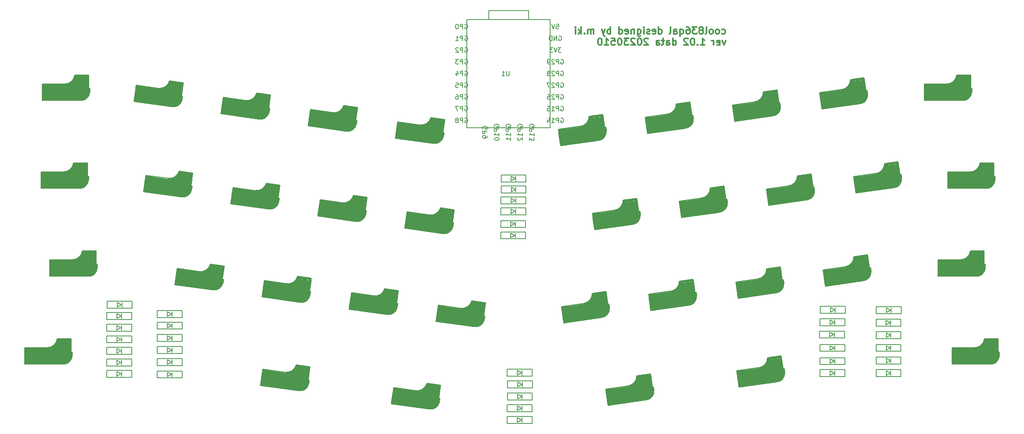
<source format=gbr>
G04 #@! TF.GenerationSoftware,KiCad,Pcbnew,7.0.1-0*
G04 #@! TF.CreationDate,2023-08-24T16:50:40+09:00*
G04 #@! TF.ProjectId,PCB_QAL,5043425f-5141-44c2-9e6b-696361645f70,rev?*
G04 #@! TF.SameCoordinates,Original*
G04 #@! TF.FileFunction,Legend,Bot*
G04 #@! TF.FilePolarity,Positive*
%FSLAX46Y46*%
G04 Gerber Fmt 4.6, Leading zero omitted, Abs format (unit mm)*
G04 Created by KiCad (PCBNEW 7.0.1-0) date 2023-08-24 16:50:40*
%MOMM*%
%LPD*%
G01*
G04 APERTURE LIST*
%ADD10C,0.300000*%
%ADD11C,0.150000*%
%ADD12C,0.400000*%
%ADD13C,0.500000*%
%ADD14C,1.000000*%
%ADD15C,3.500000*%
%ADD16C,3.000000*%
%ADD17C,0.800000*%
G04 APERTURE END LIST*
D10*
X-100830000Y119145000D02*
X-100687142Y119073571D01*
X-100687142Y119073571D02*
X-100401428Y119073571D01*
X-100401428Y119073571D02*
X-100258571Y119145000D01*
X-100258571Y119145000D02*
X-100187142Y119216428D01*
X-100187142Y119216428D02*
X-100115714Y119359285D01*
X-100115714Y119359285D02*
X-100115714Y119787857D01*
X-100115714Y119787857D02*
X-100187142Y119930714D01*
X-100187142Y119930714D02*
X-100258571Y120002142D01*
X-100258571Y120002142D02*
X-100401428Y120073571D01*
X-100401428Y120073571D02*
X-100687142Y120073571D01*
X-100687142Y120073571D02*
X-100830000Y120002142D01*
X-101687142Y119073571D02*
X-101544285Y119145000D01*
X-101544285Y119145000D02*
X-101472856Y119216428D01*
X-101472856Y119216428D02*
X-101401428Y119359285D01*
X-101401428Y119359285D02*
X-101401428Y119787857D01*
X-101401428Y119787857D02*
X-101472856Y119930714D01*
X-101472856Y119930714D02*
X-101544285Y120002142D01*
X-101544285Y120002142D02*
X-101687142Y120073571D01*
X-101687142Y120073571D02*
X-101901428Y120073571D01*
X-101901428Y120073571D02*
X-102044285Y120002142D01*
X-102044285Y120002142D02*
X-102115714Y119930714D01*
X-102115714Y119930714D02*
X-102187142Y119787857D01*
X-102187142Y119787857D02*
X-102187142Y119359285D01*
X-102187142Y119359285D02*
X-102115714Y119216428D01*
X-102115714Y119216428D02*
X-102044285Y119145000D01*
X-102044285Y119145000D02*
X-101901428Y119073571D01*
X-101901428Y119073571D02*
X-101687142Y119073571D01*
X-103044285Y119073571D02*
X-102901428Y119145000D01*
X-102901428Y119145000D02*
X-102829999Y119216428D01*
X-102829999Y119216428D02*
X-102758571Y119359285D01*
X-102758571Y119359285D02*
X-102758571Y119787857D01*
X-102758571Y119787857D02*
X-102829999Y119930714D01*
X-102829999Y119930714D02*
X-102901428Y120002142D01*
X-102901428Y120002142D02*
X-103044285Y120073571D01*
X-103044285Y120073571D02*
X-103258571Y120073571D01*
X-103258571Y120073571D02*
X-103401428Y120002142D01*
X-103401428Y120002142D02*
X-103472857Y119930714D01*
X-103472857Y119930714D02*
X-103544285Y119787857D01*
X-103544285Y119787857D02*
X-103544285Y119359285D01*
X-103544285Y119359285D02*
X-103472857Y119216428D01*
X-103472857Y119216428D02*
X-103401428Y119145000D01*
X-103401428Y119145000D02*
X-103258571Y119073571D01*
X-103258571Y119073571D02*
X-103044285Y119073571D01*
X-104401428Y119073571D02*
X-104258571Y119145000D01*
X-104258571Y119145000D02*
X-104187142Y119287857D01*
X-104187142Y119287857D02*
X-104187142Y120573571D01*
X-105187142Y119930714D02*
X-105044285Y120002142D01*
X-105044285Y120002142D02*
X-104972856Y120073571D01*
X-104972856Y120073571D02*
X-104901428Y120216428D01*
X-104901428Y120216428D02*
X-104901428Y120287857D01*
X-104901428Y120287857D02*
X-104972856Y120430714D01*
X-104972856Y120430714D02*
X-105044285Y120502142D01*
X-105044285Y120502142D02*
X-105187142Y120573571D01*
X-105187142Y120573571D02*
X-105472856Y120573571D01*
X-105472856Y120573571D02*
X-105615714Y120502142D01*
X-105615714Y120502142D02*
X-105687142Y120430714D01*
X-105687142Y120430714D02*
X-105758571Y120287857D01*
X-105758571Y120287857D02*
X-105758571Y120216428D01*
X-105758571Y120216428D02*
X-105687142Y120073571D01*
X-105687142Y120073571D02*
X-105615714Y120002142D01*
X-105615714Y120002142D02*
X-105472856Y119930714D01*
X-105472856Y119930714D02*
X-105187142Y119930714D01*
X-105187142Y119930714D02*
X-105044285Y119859285D01*
X-105044285Y119859285D02*
X-104972856Y119787857D01*
X-104972856Y119787857D02*
X-104901428Y119645000D01*
X-104901428Y119645000D02*
X-104901428Y119359285D01*
X-104901428Y119359285D02*
X-104972856Y119216428D01*
X-104972856Y119216428D02*
X-105044285Y119145000D01*
X-105044285Y119145000D02*
X-105187142Y119073571D01*
X-105187142Y119073571D02*
X-105472856Y119073571D01*
X-105472856Y119073571D02*
X-105615714Y119145000D01*
X-105615714Y119145000D02*
X-105687142Y119216428D01*
X-105687142Y119216428D02*
X-105758571Y119359285D01*
X-105758571Y119359285D02*
X-105758571Y119645000D01*
X-105758571Y119645000D02*
X-105687142Y119787857D01*
X-105687142Y119787857D02*
X-105615714Y119859285D01*
X-105615714Y119859285D02*
X-105472856Y119930714D01*
X-106258570Y120573571D02*
X-107187142Y120573571D01*
X-107187142Y120573571D02*
X-106687142Y120002142D01*
X-106687142Y120002142D02*
X-106901427Y120002142D01*
X-106901427Y120002142D02*
X-107044285Y119930714D01*
X-107044285Y119930714D02*
X-107115713Y119859285D01*
X-107115713Y119859285D02*
X-107187142Y119716428D01*
X-107187142Y119716428D02*
X-107187142Y119359285D01*
X-107187142Y119359285D02*
X-107115713Y119216428D01*
X-107115713Y119216428D02*
X-107044285Y119145000D01*
X-107044285Y119145000D02*
X-106901427Y119073571D01*
X-106901427Y119073571D02*
X-106472856Y119073571D01*
X-106472856Y119073571D02*
X-106329999Y119145000D01*
X-106329999Y119145000D02*
X-106258570Y119216428D01*
X-108472856Y120573571D02*
X-108187141Y120573571D01*
X-108187141Y120573571D02*
X-108044284Y120502142D01*
X-108044284Y120502142D02*
X-107972856Y120430714D01*
X-107972856Y120430714D02*
X-107829998Y120216428D01*
X-107829998Y120216428D02*
X-107758570Y119930714D01*
X-107758570Y119930714D02*
X-107758570Y119359285D01*
X-107758570Y119359285D02*
X-107829998Y119216428D01*
X-107829998Y119216428D02*
X-107901427Y119145000D01*
X-107901427Y119145000D02*
X-108044284Y119073571D01*
X-108044284Y119073571D02*
X-108329998Y119073571D01*
X-108329998Y119073571D02*
X-108472856Y119145000D01*
X-108472856Y119145000D02*
X-108544284Y119216428D01*
X-108544284Y119216428D02*
X-108615713Y119359285D01*
X-108615713Y119359285D02*
X-108615713Y119716428D01*
X-108615713Y119716428D02*
X-108544284Y119859285D01*
X-108544284Y119859285D02*
X-108472856Y119930714D01*
X-108472856Y119930714D02*
X-108329998Y120002142D01*
X-108329998Y120002142D02*
X-108044284Y120002142D01*
X-108044284Y120002142D02*
X-107901427Y119930714D01*
X-107901427Y119930714D02*
X-107829998Y119859285D01*
X-107829998Y119859285D02*
X-107758570Y119716428D01*
X-109901427Y120073571D02*
X-109901427Y118573571D01*
X-109901427Y119145000D02*
X-109758569Y119073571D01*
X-109758569Y119073571D02*
X-109472855Y119073571D01*
X-109472855Y119073571D02*
X-109329998Y119145000D01*
X-109329998Y119145000D02*
X-109258569Y119216428D01*
X-109258569Y119216428D02*
X-109187141Y119359285D01*
X-109187141Y119359285D02*
X-109187141Y119787857D01*
X-109187141Y119787857D02*
X-109258569Y119930714D01*
X-109258569Y119930714D02*
X-109329998Y120002142D01*
X-109329998Y120002142D02*
X-109472855Y120073571D01*
X-109472855Y120073571D02*
X-109758569Y120073571D01*
X-109758569Y120073571D02*
X-109901427Y120002142D01*
X-111258570Y119073571D02*
X-111258570Y119859285D01*
X-111258570Y119859285D02*
X-111187141Y120002142D01*
X-111187141Y120002142D02*
X-111044284Y120073571D01*
X-111044284Y120073571D02*
X-110758570Y120073571D01*
X-110758570Y120073571D02*
X-110615712Y120002142D01*
X-111258570Y119145000D02*
X-111115712Y119073571D01*
X-111115712Y119073571D02*
X-110758570Y119073571D01*
X-110758570Y119073571D02*
X-110615712Y119145000D01*
X-110615712Y119145000D02*
X-110544284Y119287857D01*
X-110544284Y119287857D02*
X-110544284Y119430714D01*
X-110544284Y119430714D02*
X-110615712Y119573571D01*
X-110615712Y119573571D02*
X-110758570Y119645000D01*
X-110758570Y119645000D02*
X-111115712Y119645000D01*
X-111115712Y119645000D02*
X-111258570Y119716428D01*
X-112187141Y119073571D02*
X-112044284Y119145000D01*
X-112044284Y119145000D02*
X-111972855Y119287857D01*
X-111972855Y119287857D02*
X-111972855Y120573571D01*
X-114544284Y119073571D02*
X-114544284Y120573571D01*
X-114544284Y119145000D02*
X-114401426Y119073571D01*
X-114401426Y119073571D02*
X-114115712Y119073571D01*
X-114115712Y119073571D02*
X-113972855Y119145000D01*
X-113972855Y119145000D02*
X-113901426Y119216428D01*
X-113901426Y119216428D02*
X-113829998Y119359285D01*
X-113829998Y119359285D02*
X-113829998Y119787857D01*
X-113829998Y119787857D02*
X-113901426Y119930714D01*
X-113901426Y119930714D02*
X-113972855Y120002142D01*
X-113972855Y120002142D02*
X-114115712Y120073571D01*
X-114115712Y120073571D02*
X-114401426Y120073571D01*
X-114401426Y120073571D02*
X-114544284Y120002142D01*
X-115829998Y119145000D02*
X-115687141Y119073571D01*
X-115687141Y119073571D02*
X-115401427Y119073571D01*
X-115401427Y119073571D02*
X-115258569Y119145000D01*
X-115258569Y119145000D02*
X-115187141Y119287857D01*
X-115187141Y119287857D02*
X-115187141Y119859285D01*
X-115187141Y119859285D02*
X-115258569Y120002142D01*
X-115258569Y120002142D02*
X-115401427Y120073571D01*
X-115401427Y120073571D02*
X-115687141Y120073571D01*
X-115687141Y120073571D02*
X-115829998Y120002142D01*
X-115829998Y120002142D02*
X-115901427Y119859285D01*
X-115901427Y119859285D02*
X-115901427Y119716428D01*
X-115901427Y119716428D02*
X-115187141Y119573571D01*
X-116472855Y119145000D02*
X-116615712Y119073571D01*
X-116615712Y119073571D02*
X-116901426Y119073571D01*
X-116901426Y119073571D02*
X-117044283Y119145000D01*
X-117044283Y119145000D02*
X-117115712Y119287857D01*
X-117115712Y119287857D02*
X-117115712Y119359285D01*
X-117115712Y119359285D02*
X-117044283Y119502142D01*
X-117044283Y119502142D02*
X-116901426Y119573571D01*
X-116901426Y119573571D02*
X-116687141Y119573571D01*
X-116687141Y119573571D02*
X-116544283Y119645000D01*
X-116544283Y119645000D02*
X-116472855Y119787857D01*
X-116472855Y119787857D02*
X-116472855Y119859285D01*
X-116472855Y119859285D02*
X-116544283Y120002142D01*
X-116544283Y120002142D02*
X-116687141Y120073571D01*
X-116687141Y120073571D02*
X-116901426Y120073571D01*
X-116901426Y120073571D02*
X-117044283Y120002142D01*
X-117758569Y119073571D02*
X-117758569Y120073571D01*
X-117758569Y120573571D02*
X-117687141Y120502142D01*
X-117687141Y120502142D02*
X-117758569Y120430714D01*
X-117758569Y120430714D02*
X-117829998Y120502142D01*
X-117829998Y120502142D02*
X-117758569Y120573571D01*
X-117758569Y120573571D02*
X-117758569Y120430714D01*
X-119115713Y120073571D02*
X-119115713Y118859285D01*
X-119115713Y118859285D02*
X-119044284Y118716428D01*
X-119044284Y118716428D02*
X-118972855Y118645000D01*
X-118972855Y118645000D02*
X-118829998Y118573571D01*
X-118829998Y118573571D02*
X-118615713Y118573571D01*
X-118615713Y118573571D02*
X-118472855Y118645000D01*
X-119115713Y119145000D02*
X-118972855Y119073571D01*
X-118972855Y119073571D02*
X-118687141Y119073571D01*
X-118687141Y119073571D02*
X-118544284Y119145000D01*
X-118544284Y119145000D02*
X-118472855Y119216428D01*
X-118472855Y119216428D02*
X-118401427Y119359285D01*
X-118401427Y119359285D02*
X-118401427Y119787857D01*
X-118401427Y119787857D02*
X-118472855Y119930714D01*
X-118472855Y119930714D02*
X-118544284Y120002142D01*
X-118544284Y120002142D02*
X-118687141Y120073571D01*
X-118687141Y120073571D02*
X-118972855Y120073571D01*
X-118972855Y120073571D02*
X-119115713Y120002142D01*
X-119829998Y120073571D02*
X-119829998Y119073571D01*
X-119829998Y119930714D02*
X-119901427Y120002142D01*
X-119901427Y120002142D02*
X-120044284Y120073571D01*
X-120044284Y120073571D02*
X-120258570Y120073571D01*
X-120258570Y120073571D02*
X-120401427Y120002142D01*
X-120401427Y120002142D02*
X-120472856Y119859285D01*
X-120472856Y119859285D02*
X-120472856Y119073571D01*
X-121758570Y119145000D02*
X-121615713Y119073571D01*
X-121615713Y119073571D02*
X-121329999Y119073571D01*
X-121329999Y119073571D02*
X-121187141Y119145000D01*
X-121187141Y119145000D02*
X-121115713Y119287857D01*
X-121115713Y119287857D02*
X-121115713Y119859285D01*
X-121115713Y119859285D02*
X-121187141Y120002142D01*
X-121187141Y120002142D02*
X-121329999Y120073571D01*
X-121329999Y120073571D02*
X-121615713Y120073571D01*
X-121615713Y120073571D02*
X-121758570Y120002142D01*
X-121758570Y120002142D02*
X-121829999Y119859285D01*
X-121829999Y119859285D02*
X-121829999Y119716428D01*
X-121829999Y119716428D02*
X-121115713Y119573571D01*
X-123115713Y119073571D02*
X-123115713Y120573571D01*
X-123115713Y119145000D02*
X-122972855Y119073571D01*
X-122972855Y119073571D02*
X-122687141Y119073571D01*
X-122687141Y119073571D02*
X-122544284Y119145000D01*
X-122544284Y119145000D02*
X-122472855Y119216428D01*
X-122472855Y119216428D02*
X-122401427Y119359285D01*
X-122401427Y119359285D02*
X-122401427Y119787857D01*
X-122401427Y119787857D02*
X-122472855Y119930714D01*
X-122472855Y119930714D02*
X-122544284Y120002142D01*
X-122544284Y120002142D02*
X-122687141Y120073571D01*
X-122687141Y120073571D02*
X-122972855Y120073571D01*
X-122972855Y120073571D02*
X-123115713Y120002142D01*
X-124972855Y119073571D02*
X-124972855Y120573571D01*
X-124972855Y120002142D02*
X-125115713Y120073571D01*
X-125115713Y120073571D02*
X-125401427Y120073571D01*
X-125401427Y120073571D02*
X-125544284Y120002142D01*
X-125544284Y120002142D02*
X-125615713Y119930714D01*
X-125615713Y119930714D02*
X-125687141Y119787857D01*
X-125687141Y119787857D02*
X-125687141Y119359285D01*
X-125687141Y119359285D02*
X-125615713Y119216428D01*
X-125615713Y119216428D02*
X-125544284Y119145000D01*
X-125544284Y119145000D02*
X-125401427Y119073571D01*
X-125401427Y119073571D02*
X-125115713Y119073571D01*
X-125115713Y119073571D02*
X-124972855Y119145000D01*
X-126187141Y120073571D02*
X-126544284Y119073571D01*
X-126901427Y120073571D02*
X-126544284Y119073571D01*
X-126544284Y119073571D02*
X-126401427Y118716428D01*
X-126401427Y118716428D02*
X-126329998Y118645000D01*
X-126329998Y118645000D02*
X-126187141Y118573571D01*
X-128615712Y119073571D02*
X-128615712Y120073571D01*
X-128615712Y119930714D02*
X-128687141Y120002142D01*
X-128687141Y120002142D02*
X-128829998Y120073571D01*
X-128829998Y120073571D02*
X-129044284Y120073571D01*
X-129044284Y120073571D02*
X-129187141Y120002142D01*
X-129187141Y120002142D02*
X-129258570Y119859285D01*
X-129258570Y119859285D02*
X-129258570Y119073571D01*
X-129258570Y119859285D02*
X-129329998Y120002142D01*
X-129329998Y120002142D02*
X-129472855Y120073571D01*
X-129472855Y120073571D02*
X-129687141Y120073571D01*
X-129687141Y120073571D02*
X-129829998Y120002142D01*
X-129829998Y120002142D02*
X-129901427Y119859285D01*
X-129901427Y119859285D02*
X-129901427Y119073571D01*
X-130615712Y119216428D02*
X-130687141Y119145000D01*
X-130687141Y119145000D02*
X-130615712Y119073571D01*
X-130615712Y119073571D02*
X-130544284Y119145000D01*
X-130544284Y119145000D02*
X-130615712Y119216428D01*
X-130615712Y119216428D02*
X-130615712Y119073571D01*
X-131329998Y119073571D02*
X-131329998Y120573571D01*
X-131472856Y119645000D02*
X-131901427Y119073571D01*
X-131901427Y120073571D02*
X-131329998Y119502142D01*
X-132544284Y119073571D02*
X-132544284Y120073571D01*
X-132544284Y120573571D02*
X-132472856Y120502142D01*
X-132472856Y120502142D02*
X-132544284Y120430714D01*
X-132544284Y120430714D02*
X-132615713Y120502142D01*
X-132615713Y120502142D02*
X-132544284Y120573571D01*
X-132544284Y120573571D02*
X-132544284Y120430714D01*
X-100044285Y117643571D02*
X-100401428Y116643571D01*
X-100401428Y116643571D02*
X-100758571Y117643571D01*
X-101901428Y116715000D02*
X-101758571Y116643571D01*
X-101758571Y116643571D02*
X-101472857Y116643571D01*
X-101472857Y116643571D02*
X-101329999Y116715000D01*
X-101329999Y116715000D02*
X-101258571Y116857857D01*
X-101258571Y116857857D02*
X-101258571Y117429285D01*
X-101258571Y117429285D02*
X-101329999Y117572142D01*
X-101329999Y117572142D02*
X-101472857Y117643571D01*
X-101472857Y117643571D02*
X-101758571Y117643571D01*
X-101758571Y117643571D02*
X-101901428Y117572142D01*
X-101901428Y117572142D02*
X-101972857Y117429285D01*
X-101972857Y117429285D02*
X-101972857Y117286428D01*
X-101972857Y117286428D02*
X-101258571Y117143571D01*
X-102615713Y116643571D02*
X-102615713Y117643571D01*
X-102615713Y117357857D02*
X-102687142Y117500714D01*
X-102687142Y117500714D02*
X-102758571Y117572142D01*
X-102758571Y117572142D02*
X-102901428Y117643571D01*
X-102901428Y117643571D02*
X-103044285Y117643571D01*
X-105472856Y116643571D02*
X-104615713Y116643571D01*
X-105044284Y116643571D02*
X-105044284Y118143571D01*
X-105044284Y118143571D02*
X-104901427Y117929285D01*
X-104901427Y117929285D02*
X-104758570Y117786428D01*
X-104758570Y117786428D02*
X-104615713Y117715000D01*
X-106115712Y116786428D02*
X-106187141Y116715000D01*
X-106187141Y116715000D02*
X-106115712Y116643571D01*
X-106115712Y116643571D02*
X-106044284Y116715000D01*
X-106044284Y116715000D02*
X-106115712Y116786428D01*
X-106115712Y116786428D02*
X-106115712Y116643571D01*
X-107115713Y118143571D02*
X-107258570Y118143571D01*
X-107258570Y118143571D02*
X-107401427Y118072142D01*
X-107401427Y118072142D02*
X-107472856Y118000714D01*
X-107472856Y118000714D02*
X-107544284Y117857857D01*
X-107544284Y117857857D02*
X-107615713Y117572142D01*
X-107615713Y117572142D02*
X-107615713Y117215000D01*
X-107615713Y117215000D02*
X-107544284Y116929285D01*
X-107544284Y116929285D02*
X-107472856Y116786428D01*
X-107472856Y116786428D02*
X-107401427Y116715000D01*
X-107401427Y116715000D02*
X-107258570Y116643571D01*
X-107258570Y116643571D02*
X-107115713Y116643571D01*
X-107115713Y116643571D02*
X-106972856Y116715000D01*
X-106972856Y116715000D02*
X-106901427Y116786428D01*
X-106901427Y116786428D02*
X-106829998Y116929285D01*
X-106829998Y116929285D02*
X-106758570Y117215000D01*
X-106758570Y117215000D02*
X-106758570Y117572142D01*
X-106758570Y117572142D02*
X-106829998Y117857857D01*
X-106829998Y117857857D02*
X-106901427Y118000714D01*
X-106901427Y118000714D02*
X-106972856Y118072142D01*
X-106972856Y118072142D02*
X-107115713Y118143571D01*
X-108187141Y118000714D02*
X-108258569Y118072142D01*
X-108258569Y118072142D02*
X-108401427Y118143571D01*
X-108401427Y118143571D02*
X-108758569Y118143571D01*
X-108758569Y118143571D02*
X-108901427Y118072142D01*
X-108901427Y118072142D02*
X-108972855Y118000714D01*
X-108972855Y118000714D02*
X-109044284Y117857857D01*
X-109044284Y117857857D02*
X-109044284Y117715000D01*
X-109044284Y117715000D02*
X-108972855Y117500714D01*
X-108972855Y117500714D02*
X-108115712Y116643571D01*
X-108115712Y116643571D02*
X-109044284Y116643571D01*
X-111472855Y116643571D02*
X-111472855Y118143571D01*
X-111472855Y116715000D02*
X-111329997Y116643571D01*
X-111329997Y116643571D02*
X-111044283Y116643571D01*
X-111044283Y116643571D02*
X-110901426Y116715000D01*
X-110901426Y116715000D02*
X-110829997Y116786428D01*
X-110829997Y116786428D02*
X-110758569Y116929285D01*
X-110758569Y116929285D02*
X-110758569Y117357857D01*
X-110758569Y117357857D02*
X-110829997Y117500714D01*
X-110829997Y117500714D02*
X-110901426Y117572142D01*
X-110901426Y117572142D02*
X-111044283Y117643571D01*
X-111044283Y117643571D02*
X-111329997Y117643571D01*
X-111329997Y117643571D02*
X-111472855Y117572142D01*
X-112829998Y116643571D02*
X-112829998Y117429285D01*
X-112829998Y117429285D02*
X-112758569Y117572142D01*
X-112758569Y117572142D02*
X-112615712Y117643571D01*
X-112615712Y117643571D02*
X-112329998Y117643571D01*
X-112329998Y117643571D02*
X-112187140Y117572142D01*
X-112829998Y116715000D02*
X-112687140Y116643571D01*
X-112687140Y116643571D02*
X-112329998Y116643571D01*
X-112329998Y116643571D02*
X-112187140Y116715000D01*
X-112187140Y116715000D02*
X-112115712Y116857857D01*
X-112115712Y116857857D02*
X-112115712Y117000714D01*
X-112115712Y117000714D02*
X-112187140Y117143571D01*
X-112187140Y117143571D02*
X-112329998Y117215000D01*
X-112329998Y117215000D02*
X-112687140Y117215000D01*
X-112687140Y117215000D02*
X-112829998Y117286428D01*
X-113329998Y117643571D02*
X-113901426Y117643571D01*
X-113544283Y118143571D02*
X-113544283Y116857857D01*
X-113544283Y116857857D02*
X-113615712Y116715000D01*
X-113615712Y116715000D02*
X-113758569Y116643571D01*
X-113758569Y116643571D02*
X-113901426Y116643571D01*
X-115044284Y116643571D02*
X-115044284Y117429285D01*
X-115044284Y117429285D02*
X-114972855Y117572142D01*
X-114972855Y117572142D02*
X-114829998Y117643571D01*
X-114829998Y117643571D02*
X-114544284Y117643571D01*
X-114544284Y117643571D02*
X-114401426Y117572142D01*
X-115044284Y116715000D02*
X-114901426Y116643571D01*
X-114901426Y116643571D02*
X-114544284Y116643571D01*
X-114544284Y116643571D02*
X-114401426Y116715000D01*
X-114401426Y116715000D02*
X-114329998Y116857857D01*
X-114329998Y116857857D02*
X-114329998Y117000714D01*
X-114329998Y117000714D02*
X-114401426Y117143571D01*
X-114401426Y117143571D02*
X-114544284Y117215000D01*
X-114544284Y117215000D02*
X-114901426Y117215000D01*
X-114901426Y117215000D02*
X-115044284Y117286428D01*
X-116829998Y118000714D02*
X-116901426Y118072142D01*
X-116901426Y118072142D02*
X-117044284Y118143571D01*
X-117044284Y118143571D02*
X-117401426Y118143571D01*
X-117401426Y118143571D02*
X-117544284Y118072142D01*
X-117544284Y118072142D02*
X-117615712Y118000714D01*
X-117615712Y118000714D02*
X-117687141Y117857857D01*
X-117687141Y117857857D02*
X-117687141Y117715000D01*
X-117687141Y117715000D02*
X-117615712Y117500714D01*
X-117615712Y117500714D02*
X-116758569Y116643571D01*
X-116758569Y116643571D02*
X-117687141Y116643571D01*
X-118615712Y118143571D02*
X-118758569Y118143571D01*
X-118758569Y118143571D02*
X-118901426Y118072142D01*
X-118901426Y118072142D02*
X-118972855Y118000714D01*
X-118972855Y118000714D02*
X-119044283Y117857857D01*
X-119044283Y117857857D02*
X-119115712Y117572142D01*
X-119115712Y117572142D02*
X-119115712Y117215000D01*
X-119115712Y117215000D02*
X-119044283Y116929285D01*
X-119044283Y116929285D02*
X-118972855Y116786428D01*
X-118972855Y116786428D02*
X-118901426Y116715000D01*
X-118901426Y116715000D02*
X-118758569Y116643571D01*
X-118758569Y116643571D02*
X-118615712Y116643571D01*
X-118615712Y116643571D02*
X-118472855Y116715000D01*
X-118472855Y116715000D02*
X-118401426Y116786428D01*
X-118401426Y116786428D02*
X-118329997Y116929285D01*
X-118329997Y116929285D02*
X-118258569Y117215000D01*
X-118258569Y117215000D02*
X-118258569Y117572142D01*
X-118258569Y117572142D02*
X-118329997Y117857857D01*
X-118329997Y117857857D02*
X-118401426Y118000714D01*
X-118401426Y118000714D02*
X-118472855Y118072142D01*
X-118472855Y118072142D02*
X-118615712Y118143571D01*
X-119687140Y118000714D02*
X-119758568Y118072142D01*
X-119758568Y118072142D02*
X-119901426Y118143571D01*
X-119901426Y118143571D02*
X-120258568Y118143571D01*
X-120258568Y118143571D02*
X-120401426Y118072142D01*
X-120401426Y118072142D02*
X-120472854Y118000714D01*
X-120472854Y118000714D02*
X-120544283Y117857857D01*
X-120544283Y117857857D02*
X-120544283Y117715000D01*
X-120544283Y117715000D02*
X-120472854Y117500714D01*
X-120472854Y117500714D02*
X-119615711Y116643571D01*
X-119615711Y116643571D02*
X-120544283Y116643571D01*
X-121044282Y118143571D02*
X-121972854Y118143571D01*
X-121972854Y118143571D02*
X-121472854Y117572142D01*
X-121472854Y117572142D02*
X-121687139Y117572142D01*
X-121687139Y117572142D02*
X-121829997Y117500714D01*
X-121829997Y117500714D02*
X-121901425Y117429285D01*
X-121901425Y117429285D02*
X-121972854Y117286428D01*
X-121972854Y117286428D02*
X-121972854Y116929285D01*
X-121972854Y116929285D02*
X-121901425Y116786428D01*
X-121901425Y116786428D02*
X-121829997Y116715000D01*
X-121829997Y116715000D02*
X-121687139Y116643571D01*
X-121687139Y116643571D02*
X-121258568Y116643571D01*
X-121258568Y116643571D02*
X-121115711Y116715000D01*
X-121115711Y116715000D02*
X-121044282Y116786428D01*
X-122901425Y118143571D02*
X-123044282Y118143571D01*
X-123044282Y118143571D02*
X-123187139Y118072142D01*
X-123187139Y118072142D02*
X-123258568Y118000714D01*
X-123258568Y118000714D02*
X-123329996Y117857857D01*
X-123329996Y117857857D02*
X-123401425Y117572142D01*
X-123401425Y117572142D02*
X-123401425Y117215000D01*
X-123401425Y117215000D02*
X-123329996Y116929285D01*
X-123329996Y116929285D02*
X-123258568Y116786428D01*
X-123258568Y116786428D02*
X-123187139Y116715000D01*
X-123187139Y116715000D02*
X-123044282Y116643571D01*
X-123044282Y116643571D02*
X-122901425Y116643571D01*
X-122901425Y116643571D02*
X-122758568Y116715000D01*
X-122758568Y116715000D02*
X-122687139Y116786428D01*
X-122687139Y116786428D02*
X-122615710Y116929285D01*
X-122615710Y116929285D02*
X-122544282Y117215000D01*
X-122544282Y117215000D02*
X-122544282Y117572142D01*
X-122544282Y117572142D02*
X-122615710Y117857857D01*
X-122615710Y117857857D02*
X-122687139Y118000714D01*
X-122687139Y118000714D02*
X-122758568Y118072142D01*
X-122758568Y118072142D02*
X-122901425Y118143571D01*
X-124758567Y118143571D02*
X-124044281Y118143571D01*
X-124044281Y118143571D02*
X-123972853Y117429285D01*
X-123972853Y117429285D02*
X-124044281Y117500714D01*
X-124044281Y117500714D02*
X-124187139Y117572142D01*
X-124187139Y117572142D02*
X-124544281Y117572142D01*
X-124544281Y117572142D02*
X-124687139Y117500714D01*
X-124687139Y117500714D02*
X-124758567Y117429285D01*
X-124758567Y117429285D02*
X-124829996Y117286428D01*
X-124829996Y117286428D02*
X-124829996Y116929285D01*
X-124829996Y116929285D02*
X-124758567Y116786428D01*
X-124758567Y116786428D02*
X-124687139Y116715000D01*
X-124687139Y116715000D02*
X-124544281Y116643571D01*
X-124544281Y116643571D02*
X-124187139Y116643571D01*
X-124187139Y116643571D02*
X-124044281Y116715000D01*
X-124044281Y116715000D02*
X-123972853Y116786428D01*
X-126258567Y116643571D02*
X-125401424Y116643571D01*
X-125829995Y116643571D02*
X-125829995Y118143571D01*
X-125829995Y118143571D02*
X-125687138Y117929285D01*
X-125687138Y117929285D02*
X-125544281Y117786428D01*
X-125544281Y117786428D02*
X-125401424Y117715000D01*
X-127187138Y118143571D02*
X-127329995Y118143571D01*
X-127329995Y118143571D02*
X-127472852Y118072142D01*
X-127472852Y118072142D02*
X-127544281Y118000714D01*
X-127544281Y118000714D02*
X-127615709Y117857857D01*
X-127615709Y117857857D02*
X-127687138Y117572142D01*
X-127687138Y117572142D02*
X-127687138Y117215000D01*
X-127687138Y117215000D02*
X-127615709Y116929285D01*
X-127615709Y116929285D02*
X-127544281Y116786428D01*
X-127544281Y116786428D02*
X-127472852Y116715000D01*
X-127472852Y116715000D02*
X-127329995Y116643571D01*
X-127329995Y116643571D02*
X-127187138Y116643571D01*
X-127187138Y116643571D02*
X-127044281Y116715000D01*
X-127044281Y116715000D02*
X-126972852Y116786428D01*
X-126972852Y116786428D02*
X-126901423Y116929285D01*
X-126901423Y116929285D02*
X-126829995Y117215000D01*
X-126829995Y117215000D02*
X-126829995Y117572142D01*
X-126829995Y117572142D02*
X-126901423Y117857857D01*
X-126901423Y117857857D02*
X-126972852Y118000714D01*
X-126972852Y118000714D02*
X-127044281Y118072142D01*
X-127044281Y118072142D02*
X-127187138Y118143571D01*
D11*
X-146921570Y110993646D02*
X-146921570Y110184123D01*
X-146921570Y110184123D02*
X-146969189Y110088885D01*
X-146969189Y110088885D02*
X-147016808Y110041266D01*
X-147016808Y110041266D02*
X-147112046Y109993646D01*
X-147112046Y109993646D02*
X-147302522Y109993646D01*
X-147302522Y109993646D02*
X-147397760Y110041266D01*
X-147397760Y110041266D02*
X-147445379Y110088885D01*
X-147445379Y110088885D02*
X-147492998Y110184123D01*
X-147492998Y110184123D02*
X-147492998Y110993646D01*
X-148492998Y109993646D02*
X-147921570Y109993646D01*
X-148207284Y109993646D02*
X-148207284Y110993646D01*
X-148207284Y110993646D02*
X-148112046Y110850789D01*
X-148112046Y110850789D02*
X-148016808Y110755551D01*
X-148016808Y110755551D02*
X-147921570Y110707932D01*
X-156489189Y116036027D02*
X-156393951Y116083646D01*
X-156393951Y116083646D02*
X-156251094Y116083646D01*
X-156251094Y116083646D02*
X-156108237Y116036027D01*
X-156108237Y116036027D02*
X-156012999Y115940789D01*
X-156012999Y115940789D02*
X-155965380Y115845551D01*
X-155965380Y115845551D02*
X-155917761Y115655075D01*
X-155917761Y115655075D02*
X-155917761Y115512218D01*
X-155917761Y115512218D02*
X-155965380Y115321742D01*
X-155965380Y115321742D02*
X-156012999Y115226504D01*
X-156012999Y115226504D02*
X-156108237Y115131266D01*
X-156108237Y115131266D02*
X-156251094Y115083646D01*
X-156251094Y115083646D02*
X-156346332Y115083646D01*
X-156346332Y115083646D02*
X-156489189Y115131266D01*
X-156489189Y115131266D02*
X-156536808Y115178885D01*
X-156536808Y115178885D02*
X-156536808Y115512218D01*
X-156536808Y115512218D02*
X-156346332Y115512218D01*
X-156965380Y115083646D02*
X-156965380Y116083646D01*
X-156965380Y116083646D02*
X-157346332Y116083646D01*
X-157346332Y116083646D02*
X-157441570Y116036027D01*
X-157441570Y116036027D02*
X-157489189Y115988408D01*
X-157489189Y115988408D02*
X-157536808Y115893170D01*
X-157536808Y115893170D02*
X-157536808Y115750313D01*
X-157536808Y115750313D02*
X-157489189Y115655075D01*
X-157489189Y115655075D02*
X-157441570Y115607456D01*
X-157441570Y115607456D02*
X-157346332Y115559837D01*
X-157346332Y115559837D02*
X-156965380Y115559837D01*
X-157917761Y115988408D02*
X-157965380Y116036027D01*
X-157965380Y116036027D02*
X-158060618Y116083646D01*
X-158060618Y116083646D02*
X-158298713Y116083646D01*
X-158298713Y116083646D02*
X-158393951Y116036027D01*
X-158393951Y116036027D02*
X-158441570Y115988408D01*
X-158441570Y115988408D02*
X-158489189Y115893170D01*
X-158489189Y115893170D02*
X-158489189Y115797932D01*
X-158489189Y115797932D02*
X-158441570Y115655075D01*
X-158441570Y115655075D02*
X-157870142Y115083646D01*
X-157870142Y115083646D02*
X-158489189Y115083646D01*
X-135645380Y116083646D02*
X-136264427Y116083646D01*
X-136264427Y116083646D02*
X-135931094Y115702694D01*
X-135931094Y115702694D02*
X-136073951Y115702694D01*
X-136073951Y115702694D02*
X-136169189Y115655075D01*
X-136169189Y115655075D02*
X-136216808Y115607456D01*
X-136216808Y115607456D02*
X-136264427Y115512218D01*
X-136264427Y115512218D02*
X-136264427Y115274123D01*
X-136264427Y115274123D02*
X-136216808Y115178885D01*
X-136216808Y115178885D02*
X-136169189Y115131266D01*
X-136169189Y115131266D02*
X-136073951Y115083646D01*
X-136073951Y115083646D02*
X-135788237Y115083646D01*
X-135788237Y115083646D02*
X-135692999Y115131266D01*
X-135692999Y115131266D02*
X-135645380Y115178885D01*
X-136550142Y116083646D02*
X-136883475Y115083646D01*
X-136883475Y115083646D02*
X-137216808Y116083646D01*
X-137454904Y116083646D02*
X-138073951Y116083646D01*
X-138073951Y116083646D02*
X-137740618Y115702694D01*
X-137740618Y115702694D02*
X-137883475Y115702694D01*
X-137883475Y115702694D02*
X-137978713Y115655075D01*
X-137978713Y115655075D02*
X-138026332Y115607456D01*
X-138026332Y115607456D02*
X-138073951Y115512218D01*
X-138073951Y115512218D02*
X-138073951Y115274123D01*
X-138073951Y115274123D02*
X-138026332Y115178885D01*
X-138026332Y115178885D02*
X-137978713Y115131266D01*
X-137978713Y115131266D02*
X-137883475Y115083646D01*
X-137883475Y115083646D02*
X-137597761Y115083646D01*
X-137597761Y115083646D02*
X-137502523Y115131266D01*
X-137502523Y115131266D02*
X-137454904Y115178885D01*
X-156489189Y118576027D02*
X-156393951Y118623646D01*
X-156393951Y118623646D02*
X-156251094Y118623646D01*
X-156251094Y118623646D02*
X-156108237Y118576027D01*
X-156108237Y118576027D02*
X-156012999Y118480789D01*
X-156012999Y118480789D02*
X-155965380Y118385551D01*
X-155965380Y118385551D02*
X-155917761Y118195075D01*
X-155917761Y118195075D02*
X-155917761Y118052218D01*
X-155917761Y118052218D02*
X-155965380Y117861742D01*
X-155965380Y117861742D02*
X-156012999Y117766504D01*
X-156012999Y117766504D02*
X-156108237Y117671266D01*
X-156108237Y117671266D02*
X-156251094Y117623646D01*
X-156251094Y117623646D02*
X-156346332Y117623646D01*
X-156346332Y117623646D02*
X-156489189Y117671266D01*
X-156489189Y117671266D02*
X-156536808Y117718885D01*
X-156536808Y117718885D02*
X-156536808Y118052218D01*
X-156536808Y118052218D02*
X-156346332Y118052218D01*
X-156965380Y117623646D02*
X-156965380Y118623646D01*
X-156965380Y118623646D02*
X-157346332Y118623646D01*
X-157346332Y118623646D02*
X-157441570Y118576027D01*
X-157441570Y118576027D02*
X-157489189Y118528408D01*
X-157489189Y118528408D02*
X-157536808Y118433170D01*
X-157536808Y118433170D02*
X-157536808Y118290313D01*
X-157536808Y118290313D02*
X-157489189Y118195075D01*
X-157489189Y118195075D02*
X-157441570Y118147456D01*
X-157441570Y118147456D02*
X-157346332Y118099837D01*
X-157346332Y118099837D02*
X-156965380Y118099837D01*
X-158489189Y117623646D02*
X-157917761Y117623646D01*
X-158203475Y117623646D02*
X-158203475Y118623646D01*
X-158203475Y118623646D02*
X-158108237Y118480789D01*
X-158108237Y118480789D02*
X-158012999Y118385551D01*
X-158012999Y118385551D02*
X-157917761Y118337932D01*
X-135692998Y113496027D02*
X-135597760Y113543646D01*
X-135597760Y113543646D02*
X-135454903Y113543646D01*
X-135454903Y113543646D02*
X-135312046Y113496027D01*
X-135312046Y113496027D02*
X-135216808Y113400789D01*
X-135216808Y113400789D02*
X-135169189Y113305551D01*
X-135169189Y113305551D02*
X-135121570Y113115075D01*
X-135121570Y113115075D02*
X-135121570Y112972218D01*
X-135121570Y112972218D02*
X-135169189Y112781742D01*
X-135169189Y112781742D02*
X-135216808Y112686504D01*
X-135216808Y112686504D02*
X-135312046Y112591266D01*
X-135312046Y112591266D02*
X-135454903Y112543646D01*
X-135454903Y112543646D02*
X-135550141Y112543646D01*
X-135550141Y112543646D02*
X-135692998Y112591266D01*
X-135692998Y112591266D02*
X-135740617Y112638885D01*
X-135740617Y112638885D02*
X-135740617Y112972218D01*
X-135740617Y112972218D02*
X-135550141Y112972218D01*
X-136169189Y112543646D02*
X-136169189Y113543646D01*
X-136169189Y113543646D02*
X-136550141Y113543646D01*
X-136550141Y113543646D02*
X-136645379Y113496027D01*
X-136645379Y113496027D02*
X-136692998Y113448408D01*
X-136692998Y113448408D02*
X-136740617Y113353170D01*
X-136740617Y113353170D02*
X-136740617Y113210313D01*
X-136740617Y113210313D02*
X-136692998Y113115075D01*
X-136692998Y113115075D02*
X-136645379Y113067456D01*
X-136645379Y113067456D02*
X-136550141Y113019837D01*
X-136550141Y113019837D02*
X-136169189Y113019837D01*
X-137121570Y113448408D02*
X-137169189Y113496027D01*
X-137169189Y113496027D02*
X-137264427Y113543646D01*
X-137264427Y113543646D02*
X-137502522Y113543646D01*
X-137502522Y113543646D02*
X-137597760Y113496027D01*
X-137597760Y113496027D02*
X-137645379Y113448408D01*
X-137645379Y113448408D02*
X-137692998Y113353170D01*
X-137692998Y113353170D02*
X-137692998Y113257932D01*
X-137692998Y113257932D02*
X-137645379Y113115075D01*
X-137645379Y113115075D02*
X-137073951Y112543646D01*
X-137073951Y112543646D02*
X-137692998Y112543646D01*
X-138169189Y112543646D02*
X-138359665Y112543646D01*
X-138359665Y112543646D02*
X-138454903Y112591266D01*
X-138454903Y112591266D02*
X-138502522Y112638885D01*
X-138502522Y112638885D02*
X-138597760Y112781742D01*
X-138597760Y112781742D02*
X-138645379Y112972218D01*
X-138645379Y112972218D02*
X-138645379Y113353170D01*
X-138645379Y113353170D02*
X-138597760Y113448408D01*
X-138597760Y113448408D02*
X-138550141Y113496027D01*
X-138550141Y113496027D02*
X-138454903Y113543646D01*
X-138454903Y113543646D02*
X-138264427Y113543646D01*
X-138264427Y113543646D02*
X-138169189Y113496027D01*
X-138169189Y113496027D02*
X-138121570Y113448408D01*
X-138121570Y113448408D02*
X-138073951Y113353170D01*
X-138073951Y113353170D02*
X-138073951Y113115075D01*
X-138073951Y113115075D02*
X-138121570Y113019837D01*
X-138121570Y113019837D02*
X-138169189Y112972218D01*
X-138169189Y112972218D02*
X-138264427Y112924599D01*
X-138264427Y112924599D02*
X-138454903Y112924599D01*
X-138454903Y112924599D02*
X-138550141Y112972218D01*
X-138550141Y112972218D02*
X-138597760Y113019837D01*
X-138597760Y113019837D02*
X-138645379Y113115075D01*
X-135692998Y110956027D02*
X-135597760Y111003646D01*
X-135597760Y111003646D02*
X-135454903Y111003646D01*
X-135454903Y111003646D02*
X-135312046Y110956027D01*
X-135312046Y110956027D02*
X-135216808Y110860789D01*
X-135216808Y110860789D02*
X-135169189Y110765551D01*
X-135169189Y110765551D02*
X-135121570Y110575075D01*
X-135121570Y110575075D02*
X-135121570Y110432218D01*
X-135121570Y110432218D02*
X-135169189Y110241742D01*
X-135169189Y110241742D02*
X-135216808Y110146504D01*
X-135216808Y110146504D02*
X-135312046Y110051266D01*
X-135312046Y110051266D02*
X-135454903Y110003646D01*
X-135454903Y110003646D02*
X-135550141Y110003646D01*
X-135550141Y110003646D02*
X-135692998Y110051266D01*
X-135692998Y110051266D02*
X-135740617Y110098885D01*
X-135740617Y110098885D02*
X-135740617Y110432218D01*
X-135740617Y110432218D02*
X-135550141Y110432218D01*
X-136169189Y110003646D02*
X-136169189Y111003646D01*
X-136169189Y111003646D02*
X-136550141Y111003646D01*
X-136550141Y111003646D02*
X-136645379Y110956027D01*
X-136645379Y110956027D02*
X-136692998Y110908408D01*
X-136692998Y110908408D02*
X-136740617Y110813170D01*
X-136740617Y110813170D02*
X-136740617Y110670313D01*
X-136740617Y110670313D02*
X-136692998Y110575075D01*
X-136692998Y110575075D02*
X-136645379Y110527456D01*
X-136645379Y110527456D02*
X-136550141Y110479837D01*
X-136550141Y110479837D02*
X-136169189Y110479837D01*
X-137121570Y110908408D02*
X-137169189Y110956027D01*
X-137169189Y110956027D02*
X-137264427Y111003646D01*
X-137264427Y111003646D02*
X-137502522Y111003646D01*
X-137502522Y111003646D02*
X-137597760Y110956027D01*
X-137597760Y110956027D02*
X-137645379Y110908408D01*
X-137645379Y110908408D02*
X-137692998Y110813170D01*
X-137692998Y110813170D02*
X-137692998Y110717932D01*
X-137692998Y110717932D02*
X-137645379Y110575075D01*
X-137645379Y110575075D02*
X-137073951Y110003646D01*
X-137073951Y110003646D02*
X-137692998Y110003646D01*
X-138264427Y110575075D02*
X-138169189Y110622694D01*
X-138169189Y110622694D02*
X-138121570Y110670313D01*
X-138121570Y110670313D02*
X-138073951Y110765551D01*
X-138073951Y110765551D02*
X-138073951Y110813170D01*
X-138073951Y110813170D02*
X-138121570Y110908408D01*
X-138121570Y110908408D02*
X-138169189Y110956027D01*
X-138169189Y110956027D02*
X-138264427Y111003646D01*
X-138264427Y111003646D02*
X-138454903Y111003646D01*
X-138454903Y111003646D02*
X-138550141Y110956027D01*
X-138550141Y110956027D02*
X-138597760Y110908408D01*
X-138597760Y110908408D02*
X-138645379Y110813170D01*
X-138645379Y110813170D02*
X-138645379Y110765551D01*
X-138645379Y110765551D02*
X-138597760Y110670313D01*
X-138597760Y110670313D02*
X-138550141Y110622694D01*
X-138550141Y110622694D02*
X-138454903Y110575075D01*
X-138454903Y110575075D02*
X-138264427Y110575075D01*
X-138264427Y110575075D02*
X-138169189Y110527456D01*
X-138169189Y110527456D02*
X-138121570Y110479837D01*
X-138121570Y110479837D02*
X-138073951Y110384599D01*
X-138073951Y110384599D02*
X-138073951Y110194123D01*
X-138073951Y110194123D02*
X-138121570Y110098885D01*
X-138121570Y110098885D02*
X-138169189Y110051266D01*
X-138169189Y110051266D02*
X-138264427Y110003646D01*
X-138264427Y110003646D02*
X-138454903Y110003646D01*
X-138454903Y110003646D02*
X-138550141Y110051266D01*
X-138550141Y110051266D02*
X-138597760Y110098885D01*
X-138597760Y110098885D02*
X-138645379Y110194123D01*
X-138645379Y110194123D02*
X-138645379Y110384599D01*
X-138645379Y110384599D02*
X-138597760Y110479837D01*
X-138597760Y110479837D02*
X-138550141Y110527456D01*
X-138550141Y110527456D02*
X-138454903Y110575075D01*
X-136121570Y118576027D02*
X-136026332Y118623646D01*
X-136026332Y118623646D02*
X-135883475Y118623646D01*
X-135883475Y118623646D02*
X-135740618Y118576027D01*
X-135740618Y118576027D02*
X-135645380Y118480789D01*
X-135645380Y118480789D02*
X-135597761Y118385551D01*
X-135597761Y118385551D02*
X-135550142Y118195075D01*
X-135550142Y118195075D02*
X-135550142Y118052218D01*
X-135550142Y118052218D02*
X-135597761Y117861742D01*
X-135597761Y117861742D02*
X-135645380Y117766504D01*
X-135645380Y117766504D02*
X-135740618Y117671266D01*
X-135740618Y117671266D02*
X-135883475Y117623646D01*
X-135883475Y117623646D02*
X-135978713Y117623646D01*
X-135978713Y117623646D02*
X-136121570Y117671266D01*
X-136121570Y117671266D02*
X-136169189Y117718885D01*
X-136169189Y117718885D02*
X-136169189Y118052218D01*
X-136169189Y118052218D02*
X-135978713Y118052218D01*
X-136597761Y117623646D02*
X-136597761Y118623646D01*
X-136597761Y118623646D02*
X-137169189Y117623646D01*
X-137169189Y117623646D02*
X-137169189Y118623646D01*
X-137645380Y117623646D02*
X-137645380Y118623646D01*
X-137645380Y118623646D02*
X-137883475Y118623646D01*
X-137883475Y118623646D02*
X-138026332Y118576027D01*
X-138026332Y118576027D02*
X-138121570Y118480789D01*
X-138121570Y118480789D02*
X-138169189Y118385551D01*
X-138169189Y118385551D02*
X-138216808Y118195075D01*
X-138216808Y118195075D02*
X-138216808Y118052218D01*
X-138216808Y118052218D02*
X-138169189Y117861742D01*
X-138169189Y117861742D02*
X-138121570Y117766504D01*
X-138121570Y117766504D02*
X-138026332Y117671266D01*
X-138026332Y117671266D02*
X-137883475Y117623646D01*
X-137883475Y117623646D02*
X-137645380Y117623646D01*
X-156489189Y110956027D02*
X-156393951Y111003646D01*
X-156393951Y111003646D02*
X-156251094Y111003646D01*
X-156251094Y111003646D02*
X-156108237Y110956027D01*
X-156108237Y110956027D02*
X-156012999Y110860789D01*
X-156012999Y110860789D02*
X-155965380Y110765551D01*
X-155965380Y110765551D02*
X-155917761Y110575075D01*
X-155917761Y110575075D02*
X-155917761Y110432218D01*
X-155917761Y110432218D02*
X-155965380Y110241742D01*
X-155965380Y110241742D02*
X-156012999Y110146504D01*
X-156012999Y110146504D02*
X-156108237Y110051266D01*
X-156108237Y110051266D02*
X-156251094Y110003646D01*
X-156251094Y110003646D02*
X-156346332Y110003646D01*
X-156346332Y110003646D02*
X-156489189Y110051266D01*
X-156489189Y110051266D02*
X-156536808Y110098885D01*
X-156536808Y110098885D02*
X-156536808Y110432218D01*
X-156536808Y110432218D02*
X-156346332Y110432218D01*
X-156965380Y110003646D02*
X-156965380Y111003646D01*
X-156965380Y111003646D02*
X-157346332Y111003646D01*
X-157346332Y111003646D02*
X-157441570Y110956027D01*
X-157441570Y110956027D02*
X-157489189Y110908408D01*
X-157489189Y110908408D02*
X-157536808Y110813170D01*
X-157536808Y110813170D02*
X-157536808Y110670313D01*
X-157536808Y110670313D02*
X-157489189Y110575075D01*
X-157489189Y110575075D02*
X-157441570Y110527456D01*
X-157441570Y110527456D02*
X-157346332Y110479837D01*
X-157346332Y110479837D02*
X-156965380Y110479837D01*
X-158393951Y110670313D02*
X-158393951Y110003646D01*
X-158155856Y111051266D02*
X-157917761Y110336980D01*
X-157917761Y110336980D02*
X-158536808Y110336980D01*
X-156489189Y100796027D02*
X-156393951Y100843646D01*
X-156393951Y100843646D02*
X-156251094Y100843646D01*
X-156251094Y100843646D02*
X-156108237Y100796027D01*
X-156108237Y100796027D02*
X-156012999Y100700789D01*
X-156012999Y100700789D02*
X-155965380Y100605551D01*
X-155965380Y100605551D02*
X-155917761Y100415075D01*
X-155917761Y100415075D02*
X-155917761Y100272218D01*
X-155917761Y100272218D02*
X-155965380Y100081742D01*
X-155965380Y100081742D02*
X-156012999Y99986504D01*
X-156012999Y99986504D02*
X-156108237Y99891266D01*
X-156108237Y99891266D02*
X-156251094Y99843646D01*
X-156251094Y99843646D02*
X-156346332Y99843646D01*
X-156346332Y99843646D02*
X-156489189Y99891266D01*
X-156489189Y99891266D02*
X-156536808Y99938885D01*
X-156536808Y99938885D02*
X-156536808Y100272218D01*
X-156536808Y100272218D02*
X-156346332Y100272218D01*
X-156965380Y99843646D02*
X-156965380Y100843646D01*
X-156965380Y100843646D02*
X-157346332Y100843646D01*
X-157346332Y100843646D02*
X-157441570Y100796027D01*
X-157441570Y100796027D02*
X-157489189Y100748408D01*
X-157489189Y100748408D02*
X-157536808Y100653170D01*
X-157536808Y100653170D02*
X-157536808Y100510313D01*
X-157536808Y100510313D02*
X-157489189Y100415075D01*
X-157489189Y100415075D02*
X-157441570Y100367456D01*
X-157441570Y100367456D02*
X-157346332Y100319837D01*
X-157346332Y100319837D02*
X-156965380Y100319837D01*
X-158108237Y100415075D02*
X-158012999Y100462694D01*
X-158012999Y100462694D02*
X-157965380Y100510313D01*
X-157965380Y100510313D02*
X-157917761Y100605551D01*
X-157917761Y100605551D02*
X-157917761Y100653170D01*
X-157917761Y100653170D02*
X-157965380Y100748408D01*
X-157965380Y100748408D02*
X-158012999Y100796027D01*
X-158012999Y100796027D02*
X-158108237Y100843646D01*
X-158108237Y100843646D02*
X-158298713Y100843646D01*
X-158298713Y100843646D02*
X-158393951Y100796027D01*
X-158393951Y100796027D02*
X-158441570Y100748408D01*
X-158441570Y100748408D02*
X-158489189Y100653170D01*
X-158489189Y100653170D02*
X-158489189Y100605551D01*
X-158489189Y100605551D02*
X-158441570Y100510313D01*
X-158441570Y100510313D02*
X-158393951Y100462694D01*
X-158393951Y100462694D02*
X-158298713Y100415075D01*
X-158298713Y100415075D02*
X-158108237Y100415075D01*
X-158108237Y100415075D02*
X-158012999Y100367456D01*
X-158012999Y100367456D02*
X-157965380Y100319837D01*
X-157965380Y100319837D02*
X-157917761Y100224599D01*
X-157917761Y100224599D02*
X-157917761Y100034123D01*
X-157917761Y100034123D02*
X-157965380Y99938885D01*
X-157965380Y99938885D02*
X-158012999Y99891266D01*
X-158012999Y99891266D02*
X-158108237Y99843646D01*
X-158108237Y99843646D02*
X-158298713Y99843646D01*
X-158298713Y99843646D02*
X-158393951Y99891266D01*
X-158393951Y99891266D02*
X-158441570Y99938885D01*
X-158441570Y99938885D02*
X-158489189Y100034123D01*
X-158489189Y100034123D02*
X-158489189Y100224599D01*
X-158489189Y100224599D02*
X-158441570Y100319837D01*
X-158441570Y100319837D02*
X-158393951Y100367456D01*
X-158393951Y100367456D02*
X-158298713Y100415075D01*
X-135692998Y100796027D02*
X-135597760Y100843646D01*
X-135597760Y100843646D02*
X-135454903Y100843646D01*
X-135454903Y100843646D02*
X-135312046Y100796027D01*
X-135312046Y100796027D02*
X-135216808Y100700789D01*
X-135216808Y100700789D02*
X-135169189Y100605551D01*
X-135169189Y100605551D02*
X-135121570Y100415075D01*
X-135121570Y100415075D02*
X-135121570Y100272218D01*
X-135121570Y100272218D02*
X-135169189Y100081742D01*
X-135169189Y100081742D02*
X-135216808Y99986504D01*
X-135216808Y99986504D02*
X-135312046Y99891266D01*
X-135312046Y99891266D02*
X-135454903Y99843646D01*
X-135454903Y99843646D02*
X-135550141Y99843646D01*
X-135550141Y99843646D02*
X-135692998Y99891266D01*
X-135692998Y99891266D02*
X-135740617Y99938885D01*
X-135740617Y99938885D02*
X-135740617Y100272218D01*
X-135740617Y100272218D02*
X-135550141Y100272218D01*
X-136169189Y99843646D02*
X-136169189Y100843646D01*
X-136169189Y100843646D02*
X-136550141Y100843646D01*
X-136550141Y100843646D02*
X-136645379Y100796027D01*
X-136645379Y100796027D02*
X-136692998Y100748408D01*
X-136692998Y100748408D02*
X-136740617Y100653170D01*
X-136740617Y100653170D02*
X-136740617Y100510313D01*
X-136740617Y100510313D02*
X-136692998Y100415075D01*
X-136692998Y100415075D02*
X-136645379Y100367456D01*
X-136645379Y100367456D02*
X-136550141Y100319837D01*
X-136550141Y100319837D02*
X-136169189Y100319837D01*
X-137692998Y99843646D02*
X-137121570Y99843646D01*
X-137407284Y99843646D02*
X-137407284Y100843646D01*
X-137407284Y100843646D02*
X-137312046Y100700789D01*
X-137312046Y100700789D02*
X-137216808Y100605551D01*
X-137216808Y100605551D02*
X-137121570Y100557932D01*
X-138550141Y100510313D02*
X-138550141Y99843646D01*
X-138312046Y100891266D02*
X-138073951Y100176980D01*
X-138073951Y100176980D02*
X-138692998Y100176980D01*
X-142453236Y98956742D02*
X-142500855Y99051980D01*
X-142500855Y99051980D02*
X-142500855Y99194837D01*
X-142500855Y99194837D02*
X-142453236Y99337694D01*
X-142453236Y99337694D02*
X-142357998Y99432932D01*
X-142357998Y99432932D02*
X-142262760Y99480551D01*
X-142262760Y99480551D02*
X-142072284Y99528170D01*
X-142072284Y99528170D02*
X-141929427Y99528170D01*
X-141929427Y99528170D02*
X-141738951Y99480551D01*
X-141738951Y99480551D02*
X-141643713Y99432932D01*
X-141643713Y99432932D02*
X-141548475Y99337694D01*
X-141548475Y99337694D02*
X-141500855Y99194837D01*
X-141500855Y99194837D02*
X-141500855Y99099599D01*
X-141500855Y99099599D02*
X-141548475Y98956742D01*
X-141548475Y98956742D02*
X-141596094Y98909123D01*
X-141596094Y98909123D02*
X-141929427Y98909123D01*
X-141929427Y98909123D02*
X-141929427Y99099599D01*
X-141500855Y98480551D02*
X-142500855Y98480551D01*
X-142500855Y98480551D02*
X-142500855Y98099599D01*
X-142500855Y98099599D02*
X-142453236Y98004361D01*
X-142453236Y98004361D02*
X-142405617Y97956742D01*
X-142405617Y97956742D02*
X-142310379Y97909123D01*
X-142310379Y97909123D02*
X-142167522Y97909123D01*
X-142167522Y97909123D02*
X-142072284Y97956742D01*
X-142072284Y97956742D02*
X-142024665Y98004361D01*
X-142024665Y98004361D02*
X-141977046Y98099599D01*
X-141977046Y98099599D02*
X-141977046Y98480551D01*
X-141500855Y96956742D02*
X-141500855Y97528170D01*
X-141500855Y97242456D02*
X-142500855Y97242456D01*
X-142500855Y97242456D02*
X-142357998Y97337694D01*
X-142357998Y97337694D02*
X-142262760Y97432932D01*
X-142262760Y97432932D02*
X-142215141Y97528170D01*
X-142500855Y96623408D02*
X-142500855Y96004361D01*
X-142500855Y96004361D02*
X-142119903Y96337694D01*
X-142119903Y96337694D02*
X-142119903Y96194837D01*
X-142119903Y96194837D02*
X-142072284Y96099599D01*
X-142072284Y96099599D02*
X-142024665Y96051980D01*
X-142024665Y96051980D02*
X-141929427Y96004361D01*
X-141929427Y96004361D02*
X-141691332Y96004361D01*
X-141691332Y96004361D02*
X-141596094Y96051980D01*
X-141596094Y96051980D02*
X-141548475Y96099599D01*
X-141548475Y96099599D02*
X-141500855Y96194837D01*
X-141500855Y96194837D02*
X-141500855Y96480551D01*
X-141500855Y96480551D02*
X-141548475Y96575789D01*
X-141548475Y96575789D02*
X-141596094Y96623408D01*
X-135692998Y108416027D02*
X-135597760Y108463646D01*
X-135597760Y108463646D02*
X-135454903Y108463646D01*
X-135454903Y108463646D02*
X-135312046Y108416027D01*
X-135312046Y108416027D02*
X-135216808Y108320789D01*
X-135216808Y108320789D02*
X-135169189Y108225551D01*
X-135169189Y108225551D02*
X-135121570Y108035075D01*
X-135121570Y108035075D02*
X-135121570Y107892218D01*
X-135121570Y107892218D02*
X-135169189Y107701742D01*
X-135169189Y107701742D02*
X-135216808Y107606504D01*
X-135216808Y107606504D02*
X-135312046Y107511266D01*
X-135312046Y107511266D02*
X-135454903Y107463646D01*
X-135454903Y107463646D02*
X-135550141Y107463646D01*
X-135550141Y107463646D02*
X-135692998Y107511266D01*
X-135692998Y107511266D02*
X-135740617Y107558885D01*
X-135740617Y107558885D02*
X-135740617Y107892218D01*
X-135740617Y107892218D02*
X-135550141Y107892218D01*
X-136169189Y107463646D02*
X-136169189Y108463646D01*
X-136169189Y108463646D02*
X-136550141Y108463646D01*
X-136550141Y108463646D02*
X-136645379Y108416027D01*
X-136645379Y108416027D02*
X-136692998Y108368408D01*
X-136692998Y108368408D02*
X-136740617Y108273170D01*
X-136740617Y108273170D02*
X-136740617Y108130313D01*
X-136740617Y108130313D02*
X-136692998Y108035075D01*
X-136692998Y108035075D02*
X-136645379Y107987456D01*
X-136645379Y107987456D02*
X-136550141Y107939837D01*
X-136550141Y107939837D02*
X-136169189Y107939837D01*
X-137121570Y108368408D02*
X-137169189Y108416027D01*
X-137169189Y108416027D02*
X-137264427Y108463646D01*
X-137264427Y108463646D02*
X-137502522Y108463646D01*
X-137502522Y108463646D02*
X-137597760Y108416027D01*
X-137597760Y108416027D02*
X-137645379Y108368408D01*
X-137645379Y108368408D02*
X-137692998Y108273170D01*
X-137692998Y108273170D02*
X-137692998Y108177932D01*
X-137692998Y108177932D02*
X-137645379Y108035075D01*
X-137645379Y108035075D02*
X-137073951Y107463646D01*
X-137073951Y107463646D02*
X-137692998Y107463646D01*
X-138026332Y108463646D02*
X-138692998Y108463646D01*
X-138692998Y108463646D02*
X-138264427Y107463646D01*
X-152613236Y98480551D02*
X-152660855Y98575789D01*
X-152660855Y98575789D02*
X-152660855Y98718646D01*
X-152660855Y98718646D02*
X-152613236Y98861503D01*
X-152613236Y98861503D02*
X-152517998Y98956741D01*
X-152517998Y98956741D02*
X-152422760Y99004360D01*
X-152422760Y99004360D02*
X-152232284Y99051979D01*
X-152232284Y99051979D02*
X-152089427Y99051979D01*
X-152089427Y99051979D02*
X-151898951Y99004360D01*
X-151898951Y99004360D02*
X-151803713Y98956741D01*
X-151803713Y98956741D02*
X-151708475Y98861503D01*
X-151708475Y98861503D02*
X-151660855Y98718646D01*
X-151660855Y98718646D02*
X-151660855Y98623408D01*
X-151660855Y98623408D02*
X-151708475Y98480551D01*
X-151708475Y98480551D02*
X-151756094Y98432932D01*
X-151756094Y98432932D02*
X-152089427Y98432932D01*
X-152089427Y98432932D02*
X-152089427Y98623408D01*
X-151660855Y98004360D02*
X-152660855Y98004360D01*
X-152660855Y98004360D02*
X-152660855Y97623408D01*
X-152660855Y97623408D02*
X-152613236Y97528170D01*
X-152613236Y97528170D02*
X-152565617Y97480551D01*
X-152565617Y97480551D02*
X-152470379Y97432932D01*
X-152470379Y97432932D02*
X-152327522Y97432932D01*
X-152327522Y97432932D02*
X-152232284Y97480551D01*
X-152232284Y97480551D02*
X-152184665Y97528170D01*
X-152184665Y97528170D02*
X-152137046Y97623408D01*
X-152137046Y97623408D02*
X-152137046Y98004360D01*
X-151660855Y96956741D02*
X-151660855Y96766265D01*
X-151660855Y96766265D02*
X-151708475Y96671027D01*
X-151708475Y96671027D02*
X-151756094Y96623408D01*
X-151756094Y96623408D02*
X-151898951Y96528170D01*
X-151898951Y96528170D02*
X-152089427Y96480551D01*
X-152089427Y96480551D02*
X-152470379Y96480551D01*
X-152470379Y96480551D02*
X-152565617Y96528170D01*
X-152565617Y96528170D02*
X-152613236Y96575789D01*
X-152613236Y96575789D02*
X-152660855Y96671027D01*
X-152660855Y96671027D02*
X-152660855Y96861503D01*
X-152660855Y96861503D02*
X-152613236Y96956741D01*
X-152613236Y96956741D02*
X-152565617Y97004360D01*
X-152565617Y97004360D02*
X-152470379Y97051979D01*
X-152470379Y97051979D02*
X-152232284Y97051979D01*
X-152232284Y97051979D02*
X-152137046Y97004360D01*
X-152137046Y97004360D02*
X-152089427Y96956741D01*
X-152089427Y96956741D02*
X-152041808Y96861503D01*
X-152041808Y96861503D02*
X-152041808Y96671027D01*
X-152041808Y96671027D02*
X-152089427Y96575789D01*
X-152089427Y96575789D02*
X-152137046Y96528170D01*
X-152137046Y96528170D02*
X-152232284Y96480551D01*
X-135692998Y105876027D02*
X-135597760Y105923646D01*
X-135597760Y105923646D02*
X-135454903Y105923646D01*
X-135454903Y105923646D02*
X-135312046Y105876027D01*
X-135312046Y105876027D02*
X-135216808Y105780789D01*
X-135216808Y105780789D02*
X-135169189Y105685551D01*
X-135169189Y105685551D02*
X-135121570Y105495075D01*
X-135121570Y105495075D02*
X-135121570Y105352218D01*
X-135121570Y105352218D02*
X-135169189Y105161742D01*
X-135169189Y105161742D02*
X-135216808Y105066504D01*
X-135216808Y105066504D02*
X-135312046Y104971266D01*
X-135312046Y104971266D02*
X-135454903Y104923646D01*
X-135454903Y104923646D02*
X-135550141Y104923646D01*
X-135550141Y104923646D02*
X-135692998Y104971266D01*
X-135692998Y104971266D02*
X-135740617Y105018885D01*
X-135740617Y105018885D02*
X-135740617Y105352218D01*
X-135740617Y105352218D02*
X-135550141Y105352218D01*
X-136169189Y104923646D02*
X-136169189Y105923646D01*
X-136169189Y105923646D02*
X-136550141Y105923646D01*
X-136550141Y105923646D02*
X-136645379Y105876027D01*
X-136645379Y105876027D02*
X-136692998Y105828408D01*
X-136692998Y105828408D02*
X-136740617Y105733170D01*
X-136740617Y105733170D02*
X-136740617Y105590313D01*
X-136740617Y105590313D02*
X-136692998Y105495075D01*
X-136692998Y105495075D02*
X-136645379Y105447456D01*
X-136645379Y105447456D02*
X-136550141Y105399837D01*
X-136550141Y105399837D02*
X-136169189Y105399837D01*
X-137121570Y105828408D02*
X-137169189Y105876027D01*
X-137169189Y105876027D02*
X-137264427Y105923646D01*
X-137264427Y105923646D02*
X-137502522Y105923646D01*
X-137502522Y105923646D02*
X-137597760Y105876027D01*
X-137597760Y105876027D02*
X-137645379Y105828408D01*
X-137645379Y105828408D02*
X-137692998Y105733170D01*
X-137692998Y105733170D02*
X-137692998Y105637932D01*
X-137692998Y105637932D02*
X-137645379Y105495075D01*
X-137645379Y105495075D02*
X-137073951Y104923646D01*
X-137073951Y104923646D02*
X-137692998Y104923646D01*
X-138550141Y105923646D02*
X-138359665Y105923646D01*
X-138359665Y105923646D02*
X-138264427Y105876027D01*
X-138264427Y105876027D02*
X-138216808Y105828408D01*
X-138216808Y105828408D02*
X-138121570Y105685551D01*
X-138121570Y105685551D02*
X-138073951Y105495075D01*
X-138073951Y105495075D02*
X-138073951Y105114123D01*
X-138073951Y105114123D02*
X-138121570Y105018885D01*
X-138121570Y105018885D02*
X-138169189Y104971266D01*
X-138169189Y104971266D02*
X-138264427Y104923646D01*
X-138264427Y104923646D02*
X-138454903Y104923646D01*
X-138454903Y104923646D02*
X-138550141Y104971266D01*
X-138550141Y104971266D02*
X-138597760Y105018885D01*
X-138597760Y105018885D02*
X-138645379Y105114123D01*
X-138645379Y105114123D02*
X-138645379Y105352218D01*
X-138645379Y105352218D02*
X-138597760Y105447456D01*
X-138597760Y105447456D02*
X-138550141Y105495075D01*
X-138550141Y105495075D02*
X-138454903Y105542694D01*
X-138454903Y105542694D02*
X-138264427Y105542694D01*
X-138264427Y105542694D02*
X-138169189Y105495075D01*
X-138169189Y105495075D02*
X-138121570Y105447456D01*
X-138121570Y105447456D02*
X-138073951Y105352218D01*
X-156489189Y113496027D02*
X-156393951Y113543646D01*
X-156393951Y113543646D02*
X-156251094Y113543646D01*
X-156251094Y113543646D02*
X-156108237Y113496027D01*
X-156108237Y113496027D02*
X-156012999Y113400789D01*
X-156012999Y113400789D02*
X-155965380Y113305551D01*
X-155965380Y113305551D02*
X-155917761Y113115075D01*
X-155917761Y113115075D02*
X-155917761Y112972218D01*
X-155917761Y112972218D02*
X-155965380Y112781742D01*
X-155965380Y112781742D02*
X-156012999Y112686504D01*
X-156012999Y112686504D02*
X-156108237Y112591266D01*
X-156108237Y112591266D02*
X-156251094Y112543646D01*
X-156251094Y112543646D02*
X-156346332Y112543646D01*
X-156346332Y112543646D02*
X-156489189Y112591266D01*
X-156489189Y112591266D02*
X-156536808Y112638885D01*
X-156536808Y112638885D02*
X-156536808Y112972218D01*
X-156536808Y112972218D02*
X-156346332Y112972218D01*
X-156965380Y112543646D02*
X-156965380Y113543646D01*
X-156965380Y113543646D02*
X-157346332Y113543646D01*
X-157346332Y113543646D02*
X-157441570Y113496027D01*
X-157441570Y113496027D02*
X-157489189Y113448408D01*
X-157489189Y113448408D02*
X-157536808Y113353170D01*
X-157536808Y113353170D02*
X-157536808Y113210313D01*
X-157536808Y113210313D02*
X-157489189Y113115075D01*
X-157489189Y113115075D02*
X-157441570Y113067456D01*
X-157441570Y113067456D02*
X-157346332Y113019837D01*
X-157346332Y113019837D02*
X-156965380Y113019837D01*
X-157870142Y113543646D02*
X-158489189Y113543646D01*
X-158489189Y113543646D02*
X-158155856Y113162694D01*
X-158155856Y113162694D02*
X-158298713Y113162694D01*
X-158298713Y113162694D02*
X-158393951Y113115075D01*
X-158393951Y113115075D02*
X-158441570Y113067456D01*
X-158441570Y113067456D02*
X-158489189Y112972218D01*
X-158489189Y112972218D02*
X-158489189Y112734123D01*
X-158489189Y112734123D02*
X-158441570Y112638885D01*
X-158441570Y112638885D02*
X-158393951Y112591266D01*
X-158393951Y112591266D02*
X-158298713Y112543646D01*
X-158298713Y112543646D02*
X-158012999Y112543646D01*
X-158012999Y112543646D02*
X-157917761Y112591266D01*
X-157917761Y112591266D02*
X-157870142Y112638885D01*
X-156489189Y121116027D02*
X-156393951Y121163646D01*
X-156393951Y121163646D02*
X-156251094Y121163646D01*
X-156251094Y121163646D02*
X-156108237Y121116027D01*
X-156108237Y121116027D02*
X-156012999Y121020789D01*
X-156012999Y121020789D02*
X-155965380Y120925551D01*
X-155965380Y120925551D02*
X-155917761Y120735075D01*
X-155917761Y120735075D02*
X-155917761Y120592218D01*
X-155917761Y120592218D02*
X-155965380Y120401742D01*
X-155965380Y120401742D02*
X-156012999Y120306504D01*
X-156012999Y120306504D02*
X-156108237Y120211266D01*
X-156108237Y120211266D02*
X-156251094Y120163646D01*
X-156251094Y120163646D02*
X-156346332Y120163646D01*
X-156346332Y120163646D02*
X-156489189Y120211266D01*
X-156489189Y120211266D02*
X-156536808Y120258885D01*
X-156536808Y120258885D02*
X-156536808Y120592218D01*
X-156536808Y120592218D02*
X-156346332Y120592218D01*
X-156965380Y120163646D02*
X-156965380Y121163646D01*
X-156965380Y121163646D02*
X-157346332Y121163646D01*
X-157346332Y121163646D02*
X-157441570Y121116027D01*
X-157441570Y121116027D02*
X-157489189Y121068408D01*
X-157489189Y121068408D02*
X-157536808Y120973170D01*
X-157536808Y120973170D02*
X-157536808Y120830313D01*
X-157536808Y120830313D02*
X-157489189Y120735075D01*
X-157489189Y120735075D02*
X-157441570Y120687456D01*
X-157441570Y120687456D02*
X-157346332Y120639837D01*
X-157346332Y120639837D02*
X-156965380Y120639837D01*
X-158155856Y121163646D02*
X-158251094Y121163646D01*
X-158251094Y121163646D02*
X-158346332Y121116027D01*
X-158346332Y121116027D02*
X-158393951Y121068408D01*
X-158393951Y121068408D02*
X-158441570Y120973170D01*
X-158441570Y120973170D02*
X-158489189Y120782694D01*
X-158489189Y120782694D02*
X-158489189Y120544599D01*
X-158489189Y120544599D02*
X-158441570Y120354123D01*
X-158441570Y120354123D02*
X-158393951Y120258885D01*
X-158393951Y120258885D02*
X-158346332Y120211266D01*
X-158346332Y120211266D02*
X-158251094Y120163646D01*
X-158251094Y120163646D02*
X-158155856Y120163646D01*
X-158155856Y120163646D02*
X-158060618Y120211266D01*
X-158060618Y120211266D02*
X-158012999Y120258885D01*
X-158012999Y120258885D02*
X-157965380Y120354123D01*
X-157965380Y120354123D02*
X-157917761Y120544599D01*
X-157917761Y120544599D02*
X-157917761Y120782694D01*
X-157917761Y120782694D02*
X-157965380Y120973170D01*
X-157965380Y120973170D02*
X-158012999Y121068408D01*
X-158012999Y121068408D02*
X-158060618Y121116027D01*
X-158060618Y121116027D02*
X-158155856Y121163646D01*
X-136692998Y121163646D02*
X-136216808Y121163646D01*
X-136216808Y121163646D02*
X-136169189Y120687456D01*
X-136169189Y120687456D02*
X-136216808Y120735075D01*
X-136216808Y120735075D02*
X-136312046Y120782694D01*
X-136312046Y120782694D02*
X-136550141Y120782694D01*
X-136550141Y120782694D02*
X-136645379Y120735075D01*
X-136645379Y120735075D02*
X-136692998Y120687456D01*
X-136692998Y120687456D02*
X-136740617Y120592218D01*
X-136740617Y120592218D02*
X-136740617Y120354123D01*
X-136740617Y120354123D02*
X-136692998Y120258885D01*
X-136692998Y120258885D02*
X-136645379Y120211266D01*
X-136645379Y120211266D02*
X-136550141Y120163646D01*
X-136550141Y120163646D02*
X-136312046Y120163646D01*
X-136312046Y120163646D02*
X-136216808Y120211266D01*
X-136216808Y120211266D02*
X-136169189Y120258885D01*
X-137026332Y121163646D02*
X-137359665Y120163646D01*
X-137359665Y120163646D02*
X-137692998Y121163646D01*
X-147533236Y98956742D02*
X-147580855Y99051980D01*
X-147580855Y99051980D02*
X-147580855Y99194837D01*
X-147580855Y99194837D02*
X-147533236Y99337694D01*
X-147533236Y99337694D02*
X-147437998Y99432932D01*
X-147437998Y99432932D02*
X-147342760Y99480551D01*
X-147342760Y99480551D02*
X-147152284Y99528170D01*
X-147152284Y99528170D02*
X-147009427Y99528170D01*
X-147009427Y99528170D02*
X-146818951Y99480551D01*
X-146818951Y99480551D02*
X-146723713Y99432932D01*
X-146723713Y99432932D02*
X-146628475Y99337694D01*
X-146628475Y99337694D02*
X-146580855Y99194837D01*
X-146580855Y99194837D02*
X-146580855Y99099599D01*
X-146580855Y99099599D02*
X-146628475Y98956742D01*
X-146628475Y98956742D02*
X-146676094Y98909123D01*
X-146676094Y98909123D02*
X-147009427Y98909123D01*
X-147009427Y98909123D02*
X-147009427Y99099599D01*
X-146580855Y98480551D02*
X-147580855Y98480551D01*
X-147580855Y98480551D02*
X-147580855Y98099599D01*
X-147580855Y98099599D02*
X-147533236Y98004361D01*
X-147533236Y98004361D02*
X-147485617Y97956742D01*
X-147485617Y97956742D02*
X-147390379Y97909123D01*
X-147390379Y97909123D02*
X-147247522Y97909123D01*
X-147247522Y97909123D02*
X-147152284Y97956742D01*
X-147152284Y97956742D02*
X-147104665Y98004361D01*
X-147104665Y98004361D02*
X-147057046Y98099599D01*
X-147057046Y98099599D02*
X-147057046Y98480551D01*
X-146580855Y96956742D02*
X-146580855Y97528170D01*
X-146580855Y97242456D02*
X-147580855Y97242456D01*
X-147580855Y97242456D02*
X-147437998Y97337694D01*
X-147437998Y97337694D02*
X-147342760Y97432932D01*
X-147342760Y97432932D02*
X-147295141Y97528170D01*
X-146580855Y96004361D02*
X-146580855Y96575789D01*
X-146580855Y96290075D02*
X-147580855Y96290075D01*
X-147580855Y96290075D02*
X-147437998Y96385313D01*
X-147437998Y96385313D02*
X-147342760Y96480551D01*
X-147342760Y96480551D02*
X-147295141Y96575789D01*
X-150073236Y98956742D02*
X-150120855Y99051980D01*
X-150120855Y99051980D02*
X-150120855Y99194837D01*
X-150120855Y99194837D02*
X-150073236Y99337694D01*
X-150073236Y99337694D02*
X-149977998Y99432932D01*
X-149977998Y99432932D02*
X-149882760Y99480551D01*
X-149882760Y99480551D02*
X-149692284Y99528170D01*
X-149692284Y99528170D02*
X-149549427Y99528170D01*
X-149549427Y99528170D02*
X-149358951Y99480551D01*
X-149358951Y99480551D02*
X-149263713Y99432932D01*
X-149263713Y99432932D02*
X-149168475Y99337694D01*
X-149168475Y99337694D02*
X-149120855Y99194837D01*
X-149120855Y99194837D02*
X-149120855Y99099599D01*
X-149120855Y99099599D02*
X-149168475Y98956742D01*
X-149168475Y98956742D02*
X-149216094Y98909123D01*
X-149216094Y98909123D02*
X-149549427Y98909123D01*
X-149549427Y98909123D02*
X-149549427Y99099599D01*
X-149120855Y98480551D02*
X-150120855Y98480551D01*
X-150120855Y98480551D02*
X-150120855Y98099599D01*
X-150120855Y98099599D02*
X-150073236Y98004361D01*
X-150073236Y98004361D02*
X-150025617Y97956742D01*
X-150025617Y97956742D02*
X-149930379Y97909123D01*
X-149930379Y97909123D02*
X-149787522Y97909123D01*
X-149787522Y97909123D02*
X-149692284Y97956742D01*
X-149692284Y97956742D02*
X-149644665Y98004361D01*
X-149644665Y98004361D02*
X-149597046Y98099599D01*
X-149597046Y98099599D02*
X-149597046Y98480551D01*
X-149120855Y96956742D02*
X-149120855Y97528170D01*
X-149120855Y97242456D02*
X-150120855Y97242456D01*
X-150120855Y97242456D02*
X-149977998Y97337694D01*
X-149977998Y97337694D02*
X-149882760Y97432932D01*
X-149882760Y97432932D02*
X-149835141Y97528170D01*
X-150120855Y96337694D02*
X-150120855Y96242456D01*
X-150120855Y96242456D02*
X-150073236Y96147218D01*
X-150073236Y96147218D02*
X-150025617Y96099599D01*
X-150025617Y96099599D02*
X-149930379Y96051980D01*
X-149930379Y96051980D02*
X-149739903Y96004361D01*
X-149739903Y96004361D02*
X-149501808Y96004361D01*
X-149501808Y96004361D02*
X-149311332Y96051980D01*
X-149311332Y96051980D02*
X-149216094Y96099599D01*
X-149216094Y96099599D02*
X-149168475Y96147218D01*
X-149168475Y96147218D02*
X-149120855Y96242456D01*
X-149120855Y96242456D02*
X-149120855Y96337694D01*
X-149120855Y96337694D02*
X-149168475Y96432932D01*
X-149168475Y96432932D02*
X-149216094Y96480551D01*
X-149216094Y96480551D02*
X-149311332Y96528170D01*
X-149311332Y96528170D02*
X-149501808Y96575789D01*
X-149501808Y96575789D02*
X-149739903Y96575789D01*
X-149739903Y96575789D02*
X-149930379Y96528170D01*
X-149930379Y96528170D02*
X-150025617Y96480551D01*
X-150025617Y96480551D02*
X-150073236Y96432932D01*
X-150073236Y96432932D02*
X-150120855Y96337694D01*
X-156489189Y105876027D02*
X-156393951Y105923646D01*
X-156393951Y105923646D02*
X-156251094Y105923646D01*
X-156251094Y105923646D02*
X-156108237Y105876027D01*
X-156108237Y105876027D02*
X-156012999Y105780789D01*
X-156012999Y105780789D02*
X-155965380Y105685551D01*
X-155965380Y105685551D02*
X-155917761Y105495075D01*
X-155917761Y105495075D02*
X-155917761Y105352218D01*
X-155917761Y105352218D02*
X-155965380Y105161742D01*
X-155965380Y105161742D02*
X-156012999Y105066504D01*
X-156012999Y105066504D02*
X-156108237Y104971266D01*
X-156108237Y104971266D02*
X-156251094Y104923646D01*
X-156251094Y104923646D02*
X-156346332Y104923646D01*
X-156346332Y104923646D02*
X-156489189Y104971266D01*
X-156489189Y104971266D02*
X-156536808Y105018885D01*
X-156536808Y105018885D02*
X-156536808Y105352218D01*
X-156536808Y105352218D02*
X-156346332Y105352218D01*
X-156965380Y104923646D02*
X-156965380Y105923646D01*
X-156965380Y105923646D02*
X-157346332Y105923646D01*
X-157346332Y105923646D02*
X-157441570Y105876027D01*
X-157441570Y105876027D02*
X-157489189Y105828408D01*
X-157489189Y105828408D02*
X-157536808Y105733170D01*
X-157536808Y105733170D02*
X-157536808Y105590313D01*
X-157536808Y105590313D02*
X-157489189Y105495075D01*
X-157489189Y105495075D02*
X-157441570Y105447456D01*
X-157441570Y105447456D02*
X-157346332Y105399837D01*
X-157346332Y105399837D02*
X-156965380Y105399837D01*
X-158393951Y105923646D02*
X-158203475Y105923646D01*
X-158203475Y105923646D02*
X-158108237Y105876027D01*
X-158108237Y105876027D02*
X-158060618Y105828408D01*
X-158060618Y105828408D02*
X-157965380Y105685551D01*
X-157965380Y105685551D02*
X-157917761Y105495075D01*
X-157917761Y105495075D02*
X-157917761Y105114123D01*
X-157917761Y105114123D02*
X-157965380Y105018885D01*
X-157965380Y105018885D02*
X-158012999Y104971266D01*
X-158012999Y104971266D02*
X-158108237Y104923646D01*
X-158108237Y104923646D02*
X-158298713Y104923646D01*
X-158298713Y104923646D02*
X-158393951Y104971266D01*
X-158393951Y104971266D02*
X-158441570Y105018885D01*
X-158441570Y105018885D02*
X-158489189Y105114123D01*
X-158489189Y105114123D02*
X-158489189Y105352218D01*
X-158489189Y105352218D02*
X-158441570Y105447456D01*
X-158441570Y105447456D02*
X-158393951Y105495075D01*
X-158393951Y105495075D02*
X-158298713Y105542694D01*
X-158298713Y105542694D02*
X-158108237Y105542694D01*
X-158108237Y105542694D02*
X-158012999Y105495075D01*
X-158012999Y105495075D02*
X-157965380Y105447456D01*
X-157965380Y105447456D02*
X-157917761Y105352218D01*
X-156489189Y108416027D02*
X-156393951Y108463646D01*
X-156393951Y108463646D02*
X-156251094Y108463646D01*
X-156251094Y108463646D02*
X-156108237Y108416027D01*
X-156108237Y108416027D02*
X-156012999Y108320789D01*
X-156012999Y108320789D02*
X-155965380Y108225551D01*
X-155965380Y108225551D02*
X-155917761Y108035075D01*
X-155917761Y108035075D02*
X-155917761Y107892218D01*
X-155917761Y107892218D02*
X-155965380Y107701742D01*
X-155965380Y107701742D02*
X-156012999Y107606504D01*
X-156012999Y107606504D02*
X-156108237Y107511266D01*
X-156108237Y107511266D02*
X-156251094Y107463646D01*
X-156251094Y107463646D02*
X-156346332Y107463646D01*
X-156346332Y107463646D02*
X-156489189Y107511266D01*
X-156489189Y107511266D02*
X-156536808Y107558885D01*
X-156536808Y107558885D02*
X-156536808Y107892218D01*
X-156536808Y107892218D02*
X-156346332Y107892218D01*
X-156965380Y107463646D02*
X-156965380Y108463646D01*
X-156965380Y108463646D02*
X-157346332Y108463646D01*
X-157346332Y108463646D02*
X-157441570Y108416027D01*
X-157441570Y108416027D02*
X-157489189Y108368408D01*
X-157489189Y108368408D02*
X-157536808Y108273170D01*
X-157536808Y108273170D02*
X-157536808Y108130313D01*
X-157536808Y108130313D02*
X-157489189Y108035075D01*
X-157489189Y108035075D02*
X-157441570Y107987456D01*
X-157441570Y107987456D02*
X-157346332Y107939837D01*
X-157346332Y107939837D02*
X-156965380Y107939837D01*
X-158441570Y108463646D02*
X-157965380Y108463646D01*
X-157965380Y108463646D02*
X-157917761Y107987456D01*
X-157917761Y107987456D02*
X-157965380Y108035075D01*
X-157965380Y108035075D02*
X-158060618Y108082694D01*
X-158060618Y108082694D02*
X-158298713Y108082694D01*
X-158298713Y108082694D02*
X-158393951Y108035075D01*
X-158393951Y108035075D02*
X-158441570Y107987456D01*
X-158441570Y107987456D02*
X-158489189Y107892218D01*
X-158489189Y107892218D02*
X-158489189Y107654123D01*
X-158489189Y107654123D02*
X-158441570Y107558885D01*
X-158441570Y107558885D02*
X-158393951Y107511266D01*
X-158393951Y107511266D02*
X-158298713Y107463646D01*
X-158298713Y107463646D02*
X-158060618Y107463646D01*
X-158060618Y107463646D02*
X-157965380Y107511266D01*
X-157965380Y107511266D02*
X-157917761Y107558885D01*
X-135692998Y103336027D02*
X-135597760Y103383646D01*
X-135597760Y103383646D02*
X-135454903Y103383646D01*
X-135454903Y103383646D02*
X-135312046Y103336027D01*
X-135312046Y103336027D02*
X-135216808Y103240789D01*
X-135216808Y103240789D02*
X-135169189Y103145551D01*
X-135169189Y103145551D02*
X-135121570Y102955075D01*
X-135121570Y102955075D02*
X-135121570Y102812218D01*
X-135121570Y102812218D02*
X-135169189Y102621742D01*
X-135169189Y102621742D02*
X-135216808Y102526504D01*
X-135216808Y102526504D02*
X-135312046Y102431266D01*
X-135312046Y102431266D02*
X-135454903Y102383646D01*
X-135454903Y102383646D02*
X-135550141Y102383646D01*
X-135550141Y102383646D02*
X-135692998Y102431266D01*
X-135692998Y102431266D02*
X-135740617Y102478885D01*
X-135740617Y102478885D02*
X-135740617Y102812218D01*
X-135740617Y102812218D02*
X-135550141Y102812218D01*
X-136169189Y102383646D02*
X-136169189Y103383646D01*
X-136169189Y103383646D02*
X-136550141Y103383646D01*
X-136550141Y103383646D02*
X-136645379Y103336027D01*
X-136645379Y103336027D02*
X-136692998Y103288408D01*
X-136692998Y103288408D02*
X-136740617Y103193170D01*
X-136740617Y103193170D02*
X-136740617Y103050313D01*
X-136740617Y103050313D02*
X-136692998Y102955075D01*
X-136692998Y102955075D02*
X-136645379Y102907456D01*
X-136645379Y102907456D02*
X-136550141Y102859837D01*
X-136550141Y102859837D02*
X-136169189Y102859837D01*
X-137692998Y102383646D02*
X-137121570Y102383646D01*
X-137407284Y102383646D02*
X-137407284Y103383646D01*
X-137407284Y103383646D02*
X-137312046Y103240789D01*
X-137312046Y103240789D02*
X-137216808Y103145551D01*
X-137216808Y103145551D02*
X-137121570Y103097932D01*
X-138597760Y103383646D02*
X-138121570Y103383646D01*
X-138121570Y103383646D02*
X-138073951Y102907456D01*
X-138073951Y102907456D02*
X-138121570Y102955075D01*
X-138121570Y102955075D02*
X-138216808Y103002694D01*
X-138216808Y103002694D02*
X-138454903Y103002694D01*
X-138454903Y103002694D02*
X-138550141Y102955075D01*
X-138550141Y102955075D02*
X-138597760Y102907456D01*
X-138597760Y102907456D02*
X-138645379Y102812218D01*
X-138645379Y102812218D02*
X-138645379Y102574123D01*
X-138645379Y102574123D02*
X-138597760Y102478885D01*
X-138597760Y102478885D02*
X-138550141Y102431266D01*
X-138550141Y102431266D02*
X-138454903Y102383646D01*
X-138454903Y102383646D02*
X-138216808Y102383646D01*
X-138216808Y102383646D02*
X-138121570Y102431266D01*
X-138121570Y102431266D02*
X-138073951Y102478885D01*
X-144993236Y98956742D02*
X-145040855Y99051980D01*
X-145040855Y99051980D02*
X-145040855Y99194837D01*
X-145040855Y99194837D02*
X-144993236Y99337694D01*
X-144993236Y99337694D02*
X-144897998Y99432932D01*
X-144897998Y99432932D02*
X-144802760Y99480551D01*
X-144802760Y99480551D02*
X-144612284Y99528170D01*
X-144612284Y99528170D02*
X-144469427Y99528170D01*
X-144469427Y99528170D02*
X-144278951Y99480551D01*
X-144278951Y99480551D02*
X-144183713Y99432932D01*
X-144183713Y99432932D02*
X-144088475Y99337694D01*
X-144088475Y99337694D02*
X-144040855Y99194837D01*
X-144040855Y99194837D02*
X-144040855Y99099599D01*
X-144040855Y99099599D02*
X-144088475Y98956742D01*
X-144088475Y98956742D02*
X-144136094Y98909123D01*
X-144136094Y98909123D02*
X-144469427Y98909123D01*
X-144469427Y98909123D02*
X-144469427Y99099599D01*
X-144040855Y98480551D02*
X-145040855Y98480551D01*
X-145040855Y98480551D02*
X-145040855Y98099599D01*
X-145040855Y98099599D02*
X-144993236Y98004361D01*
X-144993236Y98004361D02*
X-144945617Y97956742D01*
X-144945617Y97956742D02*
X-144850379Y97909123D01*
X-144850379Y97909123D02*
X-144707522Y97909123D01*
X-144707522Y97909123D02*
X-144612284Y97956742D01*
X-144612284Y97956742D02*
X-144564665Y98004361D01*
X-144564665Y98004361D02*
X-144517046Y98099599D01*
X-144517046Y98099599D02*
X-144517046Y98480551D01*
X-144040855Y96956742D02*
X-144040855Y97528170D01*
X-144040855Y97242456D02*
X-145040855Y97242456D01*
X-145040855Y97242456D02*
X-144897998Y97337694D01*
X-144897998Y97337694D02*
X-144802760Y97432932D01*
X-144802760Y97432932D02*
X-144755141Y97528170D01*
X-144945617Y96575789D02*
X-144993236Y96528170D01*
X-144993236Y96528170D02*
X-145040855Y96432932D01*
X-145040855Y96432932D02*
X-145040855Y96194837D01*
X-145040855Y96194837D02*
X-144993236Y96099599D01*
X-144993236Y96099599D02*
X-144945617Y96051980D01*
X-144945617Y96051980D02*
X-144850379Y96004361D01*
X-144850379Y96004361D02*
X-144755141Y96004361D01*
X-144755141Y96004361D02*
X-144612284Y96051980D01*
X-144612284Y96051980D02*
X-144040855Y96623408D01*
X-144040855Y96623408D02*
X-144040855Y96004361D01*
X-156489189Y103336027D02*
X-156393951Y103383646D01*
X-156393951Y103383646D02*
X-156251094Y103383646D01*
X-156251094Y103383646D02*
X-156108237Y103336027D01*
X-156108237Y103336027D02*
X-156012999Y103240789D01*
X-156012999Y103240789D02*
X-155965380Y103145551D01*
X-155965380Y103145551D02*
X-155917761Y102955075D01*
X-155917761Y102955075D02*
X-155917761Y102812218D01*
X-155917761Y102812218D02*
X-155965380Y102621742D01*
X-155965380Y102621742D02*
X-156012999Y102526504D01*
X-156012999Y102526504D02*
X-156108237Y102431266D01*
X-156108237Y102431266D02*
X-156251094Y102383646D01*
X-156251094Y102383646D02*
X-156346332Y102383646D01*
X-156346332Y102383646D02*
X-156489189Y102431266D01*
X-156489189Y102431266D02*
X-156536808Y102478885D01*
X-156536808Y102478885D02*
X-156536808Y102812218D01*
X-156536808Y102812218D02*
X-156346332Y102812218D01*
X-156965380Y102383646D02*
X-156965380Y103383646D01*
X-156965380Y103383646D02*
X-157346332Y103383646D01*
X-157346332Y103383646D02*
X-157441570Y103336027D01*
X-157441570Y103336027D02*
X-157489189Y103288408D01*
X-157489189Y103288408D02*
X-157536808Y103193170D01*
X-157536808Y103193170D02*
X-157536808Y103050313D01*
X-157536808Y103050313D02*
X-157489189Y102955075D01*
X-157489189Y102955075D02*
X-157441570Y102907456D01*
X-157441570Y102907456D02*
X-157346332Y102859837D01*
X-157346332Y102859837D02*
X-156965380Y102859837D01*
X-157870142Y103383646D02*
X-158536808Y103383646D01*
X-158536808Y103383646D02*
X-158108237Y102383646D01*
X-247998475Y108224267D02*
X-247998475Y104624267D01*
X-247998475Y104624267D02*
X-239798474Y104624267D01*
X-247978475Y107224267D02*
X-247978475Y104974267D01*
D12*
X-247848475Y104824267D02*
X-246598475Y104824267D01*
D13*
X-247798475Y107974267D02*
X-246498475Y107924267D01*
D14*
X-247498475Y105224267D02*
X-247498475Y107724267D01*
D15*
X-246198475Y106424267D02*
X-239498475Y106424267D01*
D11*
X-243198475Y108224267D02*
X-247998475Y108224267D01*
D16*
X-239428475Y106124267D02*
X-239428475Y108364267D01*
D17*
X-238298475Y109624267D02*
X-238298475Y107824268D01*
D13*
X-238148475Y109924267D02*
X-240598475Y109924267D01*
D11*
X-237948475Y110124267D02*
X-240978475Y110124267D01*
X-237948475Y105674267D02*
X-237948475Y110124267D01*
D10*
X-237798475Y107174267D02*
X-237798475Y106524267D01*
D11*
X-237698475Y107274267D02*
X-237898475Y107274267D01*
X-237698475Y106524267D02*
X-237698475Y107274267D01*
X-243198475Y108224267D02*
G75*
G03*
X-240982157Y110102796I65000J2170000D01*
G01*
D14*
X-242798475Y107824267D02*
G75*
G03*
X-240582157Y109702796I65000J2170000D01*
G01*
D11*
X-239798474Y104624267D02*
G75*
G03*
X-237698475Y106524268I99999J2000000D01*
G01*
X-227659181Y107984162D02*
X-228160204Y104419197D01*
X-228160204Y104419197D02*
X-220040005Y103277978D01*
X-227778549Y106991111D02*
X-228091688Y104763008D01*
D12*
X-227983829Y104596375D02*
X-226745994Y104422409D01*
D13*
X-227495920Y107708761D02*
X-226215531Y107478322D01*
D14*
X-227581566Y104943772D02*
X-227233633Y107419442D01*
D15*
X-226127210Y105951168D02*
X-219492414Y105018709D01*
D11*
X-222905894Y107316132D02*
X-227659181Y107984162D01*
D16*
X-219464847Y104711886D02*
X-219153099Y106930086D01*
D17*
X-217858738Y108020559D02*
X-218109250Y106238077D01*
D13*
X-217668446Y108296763D02*
X-220094603Y108637737D01*
D11*
X-217442558Y108466982D02*
X-220443070Y108888677D01*
X-218061878Y104060289D02*
X-217442558Y108466982D01*
D10*
X-217704578Y105524815D02*
X-217795041Y104881141D01*
D11*
X-217591634Y105609925D02*
X-217789688Y105637759D01*
X-217696014Y104867224D02*
X-217591634Y105609925D01*
X-222905894Y107316132D02*
G75*
G03*
X-220449705Y108867927I366373J2139835D01*
G01*
D14*
X-222565456Y106864356D02*
G75*
G03*
X-220109267Y108416151I366373J2139835D01*
G01*
D11*
X-220040005Y103277978D02*
G75*
G03*
X-217696014Y104867225I377372J1966619D01*
G01*
X-208794574Y105332914D02*
X-209295597Y101767949D01*
X-209295597Y101767949D02*
X-201175398Y100626730D01*
X-208913942Y104339863D02*
X-209227081Y102111760D01*
D12*
X-209119222Y101945127D02*
X-207881387Y101771161D01*
D13*
X-208631313Y105057513D02*
X-207350924Y104827074D01*
D14*
X-208716959Y102292524D02*
X-208369026Y104768194D01*
D15*
X-207262603Y103299920D02*
X-200627807Y102367461D01*
D11*
X-204041287Y104664884D02*
X-208794574Y105332914D01*
D16*
X-200600240Y102060638D02*
X-200288492Y104278838D01*
D17*
X-198994131Y105369311D02*
X-199244643Y103586829D01*
D13*
X-198803839Y105645515D02*
X-201229996Y105986489D01*
D11*
X-198577951Y105815734D02*
X-201578463Y106237429D01*
X-199197271Y101409041D02*
X-198577951Y105815734D01*
D10*
X-198839971Y102873567D02*
X-198930434Y102229893D01*
D11*
X-198727027Y102958677D02*
X-198925081Y102986511D01*
X-198831407Y102215976D02*
X-198727027Y102958677D01*
X-204041287Y104664884D02*
G75*
G03*
X-201585098Y106216679I366373J2139835D01*
G01*
D14*
X-203700849Y104213108D02*
G75*
G03*
X-201244660Y105764903I366373J2139835D01*
G01*
D11*
X-201175398Y100626730D02*
G75*
G03*
X-198831407Y102215977I377372J1966619D01*
G01*
X-189929968Y102681667D02*
X-190430991Y99116702D01*
X-190430991Y99116702D02*
X-182310792Y97975483D01*
X-190049336Y101688616D02*
X-190362475Y99460513D01*
D12*
X-190254616Y99293880D02*
X-189016781Y99119914D01*
D13*
X-189766707Y102406266D02*
X-188486318Y102175827D01*
D14*
X-189852353Y99641277D02*
X-189504420Y102116947D01*
D15*
X-188397997Y100648673D02*
X-181763201Y99716214D01*
D11*
X-185176681Y102013637D02*
X-189929968Y102681667D01*
D16*
X-181735634Y99409391D02*
X-181423886Y101627591D01*
D17*
X-180129525Y102718064D02*
X-180380037Y100935582D01*
D13*
X-179939233Y102994268D02*
X-182365390Y103335242D01*
D11*
X-179713345Y103164487D02*
X-182713857Y103586182D01*
X-180332665Y98757794D02*
X-179713345Y103164487D01*
D10*
X-179975365Y100222320D02*
X-180065828Y99578646D01*
D11*
X-179862421Y100307430D02*
X-180060475Y100335264D01*
X-179966801Y99564729D02*
X-179862421Y100307430D01*
X-185176681Y102013637D02*
G75*
G03*
X-182720492Y103565432I366373J2139835D01*
G01*
D14*
X-184836243Y101561861D02*
G75*
G03*
X-182380054Y103113656I366373J2139835D01*
G01*
D11*
X-182310792Y97975483D02*
G75*
G03*
X-179966801Y99564730I377372J1966619D01*
G01*
X-171065361Y100030419D02*
X-171566384Y96465454D01*
X-171566384Y96465454D02*
X-163446185Y95324235D01*
X-171184729Y99037368D02*
X-171497868Y96809265D01*
D12*
X-171390009Y96642632D02*
X-170152174Y96468666D01*
D13*
X-170902100Y99755018D02*
X-169621711Y99524579D01*
D14*
X-170987746Y96990029D02*
X-170639813Y99465699D01*
D15*
X-169533390Y97997425D02*
X-162898594Y97064966D01*
D11*
X-166312074Y99362389D02*
X-171065361Y100030419D01*
D16*
X-162871027Y96758143D02*
X-162559279Y98976343D01*
D17*
X-161264918Y100066816D02*
X-161515430Y98284334D01*
D13*
X-161074626Y100343020D02*
X-163500783Y100683994D01*
D11*
X-160848738Y100513239D02*
X-163849250Y100934934D01*
X-161468058Y96106546D02*
X-160848738Y100513239D01*
D10*
X-161110758Y97571072D02*
X-161201221Y96927398D01*
D11*
X-160997814Y97656182D02*
X-161195868Y97684016D01*
X-161102194Y96913481D02*
X-160997814Y97656182D01*
X-166312074Y99362389D02*
G75*
G03*
X-163855885Y100914184I366373J2139835D01*
G01*
D14*
X-165971636Y98910613D02*
G75*
G03*
X-163515447Y100462408I366373J2139835D01*
G01*
D11*
X-163446185Y95324235D02*
G75*
G03*
X-161102194Y96913482I377372J1966619D01*
G01*
X-136295092Y98368646D02*
X-135794069Y94803681D01*
X-135794069Y94803681D02*
X-127673870Y95944901D01*
X-136136114Y97381162D02*
X-135822974Y95153058D01*
D12*
X-135673363Y95022611D02*
X-134435528Y95196577D01*
D13*
X-136062245Y98148914D02*
X-134767938Y98280325D01*
D14*
X-135382439Y95467428D02*
X-135730372Y97943099D01*
D15*
X-134262098Y96836675D02*
X-127627302Y97769135D01*
D11*
X-131541805Y99036677D02*
X-136295092Y98368646D01*
D16*
X-127516231Y97481797D02*
X-127827979Y99699997D01*
D17*
X-126884334Y101105001D02*
X-126633823Y99322519D01*
D13*
X-126777546Y101422957D02*
X-129203703Y101081983D01*
D11*
X-126607327Y101648845D02*
X-129607839Y101227151D01*
X-125988007Y97242152D02*
X-126607327Y101648845D01*
D10*
X-126048226Y98748430D02*
X-125957764Y98104756D01*
D11*
X-125963117Y98861374D02*
X-126161170Y98833540D01*
X-125858737Y98118673D02*
X-125963117Y98861374D01*
X-131541805Y99036678D02*
G75*
G03*
X-129608498Y101205376I-237640J2157928D01*
G01*
D14*
X-131090029Y98696240D02*
G75*
G03*
X-129156722Y100864938I-237638J2157927D01*
G01*
D11*
X-127673870Y95944901D02*
G75*
G03*
X-125858737Y98118674I-179320J1994453D01*
G01*
X-117430485Y101019893D02*
X-116929462Y97454928D01*
X-116929462Y97454928D02*
X-108809263Y98596148D01*
X-117271507Y100032409D02*
X-116958367Y97804305D01*
D12*
X-116808756Y97673858D02*
X-115570921Y97847824D01*
D13*
X-117197638Y100800161D02*
X-115903331Y100931572D01*
D14*
X-116517832Y98118675D02*
X-116865765Y100594346D01*
D15*
X-115397491Y99487922D02*
X-108762695Y100420382D01*
D11*
X-112677198Y101687924D02*
X-117430485Y101019893D01*
D16*
X-108651624Y100133044D02*
X-108963372Y102351244D01*
D17*
X-108019727Y103756248D02*
X-107769216Y101973766D01*
D13*
X-107912939Y104074204D02*
X-110339096Y103733230D01*
D11*
X-107742720Y104300092D02*
X-110743232Y103878398D01*
X-107123400Y99893399D02*
X-107742720Y104300092D01*
D10*
X-107183619Y101399677D02*
X-107093157Y100756003D01*
D11*
X-107098510Y101512621D02*
X-107296563Y101484787D01*
X-106994130Y100769920D02*
X-107098510Y101512621D01*
X-112677198Y101687925D02*
G75*
G03*
X-110743891Y103856623I-237640J2157928D01*
G01*
D14*
X-112225422Y101347487D02*
G75*
G03*
X-110292115Y103516185I-237638J2157927D01*
G01*
D11*
X-108809263Y98596148D02*
G75*
G03*
X-106994130Y100769921I-179320J1994453D01*
G01*
X-98565879Y103671141D02*
X-98064856Y100106176D01*
X-98064856Y100106176D02*
X-89944657Y101247396D01*
X-98406901Y102683657D02*
X-98093761Y100455553D01*
D12*
X-97944150Y100325106D02*
X-96706315Y100499072D01*
D13*
X-98333032Y103451409D02*
X-97038725Y103582820D01*
D14*
X-97653226Y100769923D02*
X-98001159Y103245594D01*
D15*
X-96532885Y102139170D02*
X-89898089Y103071630D01*
D11*
X-93812592Y104339172D02*
X-98565879Y103671141D01*
D16*
X-89787018Y102784292D02*
X-90098766Y105002492D01*
D17*
X-89155121Y106407496D02*
X-88904610Y104625014D01*
D13*
X-89048333Y106725452D02*
X-91474490Y106384478D01*
D11*
X-88878114Y106951340D02*
X-91878626Y106529646D01*
X-88258794Y102544647D02*
X-88878114Y106951340D01*
D10*
X-88319013Y104050925D02*
X-88228551Y103407251D01*
D11*
X-88233904Y104163869D02*
X-88431957Y104136035D01*
X-88129524Y103421168D02*
X-88233904Y104163869D01*
X-93812592Y104339173D02*
G75*
G03*
X-91879285Y106507871I-237640J2157928D01*
G01*
D14*
X-93360816Y103998735D02*
G75*
G03*
X-91427509Y106167433I-237638J2157927D01*
G01*
D11*
X-89944657Y101247396D02*
G75*
G03*
X-88129524Y103421169I-179320J1994453D01*
G01*
X-79701272Y106322389D02*
X-79200249Y102757424D01*
X-79200249Y102757424D02*
X-71080050Y103898644D01*
X-79542294Y105334905D02*
X-79229154Y103106801D01*
D12*
X-79079543Y102976354D02*
X-77841708Y103150320D01*
D13*
X-79468425Y106102657D02*
X-78174118Y106234068D01*
D14*
X-78788619Y103421171D02*
X-79136552Y105896842D01*
D15*
X-77668278Y104790418D02*
X-71033482Y105722878D01*
D11*
X-74947985Y106990420D02*
X-79701272Y106322389D01*
D16*
X-70922411Y105435540D02*
X-71234159Y107653740D01*
D17*
X-70290514Y109058744D02*
X-70040003Y107276262D01*
D13*
X-70183726Y109376700D02*
X-72609883Y109035726D01*
D11*
X-70013507Y109602588D02*
X-73014019Y109180894D01*
X-69394187Y105195895D02*
X-70013507Y109602588D01*
D10*
X-69454406Y106702173D02*
X-69363944Y106058499D01*
D11*
X-69369297Y106815117D02*
X-69567350Y106787283D01*
X-69264917Y106072416D02*
X-69369297Y106815117D01*
X-74947985Y106990421D02*
G75*
G03*
X-73014678Y109159119I-237640J2157928D01*
G01*
D14*
X-74496209Y106649983D02*
G75*
G03*
X-72562902Y108818681I-237638J2157927D01*
G01*
D11*
X-71080050Y103898644D02*
G75*
G03*
X-69264917Y106072417I-179320J1994453D01*
G01*
X-206729670Y85805496D02*
X-207230693Y82240531D01*
X-207230693Y82240531D02*
X-199110494Y81099312D01*
X-206849038Y84812445D02*
X-207162177Y82584342D01*
D12*
X-207054318Y82417709D02*
X-205816483Y82243743D01*
D13*
X-206566409Y85530095D02*
X-205286020Y85299656D01*
D14*
X-206652055Y82765106D02*
X-206304122Y85240776D01*
D15*
X-205197699Y83772502D02*
X-198562903Y82840043D01*
D11*
X-201976383Y85137466D02*
X-206729670Y85805496D01*
D16*
X-198535336Y82533220D02*
X-198223588Y84751420D01*
D17*
X-196929227Y85841893D02*
X-197179739Y84059411D01*
D13*
X-196738935Y86118097D02*
X-199165092Y86459071D01*
D11*
X-196513047Y86288316D02*
X-199513559Y86710011D01*
X-197132367Y81881623D02*
X-196513047Y86288316D01*
D10*
X-196775067Y83346149D02*
X-196865530Y82702475D01*
D11*
X-196662123Y83431259D02*
X-196860177Y83459093D01*
X-196766503Y82688558D02*
X-196662123Y83431259D01*
X-201976383Y85137466D02*
G75*
G03*
X-199520194Y86689261I366373J2139835D01*
G01*
D14*
X-201635945Y84685690D02*
G75*
G03*
X-199179756Y86237485I366373J2139835D01*
G01*
D11*
X-199110494Y81099312D02*
G75*
G03*
X-196766503Y82688559I377372J1966619D01*
G01*
X-187865063Y83154248D02*
X-188366086Y79589283D01*
X-188366086Y79589283D02*
X-180245887Y78448064D01*
X-187984431Y82161197D02*
X-188297570Y79933094D01*
D12*
X-188189711Y79766461D02*
X-186951876Y79592495D01*
D13*
X-187701802Y82878847D02*
X-186421413Y82648408D01*
D14*
X-187787448Y80113858D02*
X-187439515Y82589528D01*
D15*
X-186333092Y81121254D02*
X-179698296Y80188795D01*
D11*
X-183111776Y82486218D02*
X-187865063Y83154248D01*
D16*
X-179670729Y79881972D02*
X-179358981Y82100172D01*
D17*
X-178064620Y83190645D02*
X-178315132Y81408163D01*
D13*
X-177874328Y83466849D02*
X-180300485Y83807823D01*
D11*
X-177648440Y83637068D02*
X-180648952Y84058763D01*
X-178267760Y79230375D02*
X-177648440Y83637068D01*
D10*
X-177910460Y80694901D02*
X-178000923Y80051227D01*
D11*
X-177797516Y80780011D02*
X-177995570Y80807845D01*
X-177901896Y80037310D02*
X-177797516Y80780011D01*
X-183111776Y82486218D02*
G75*
G03*
X-180655587Y84038013I366373J2139835D01*
G01*
D14*
X-182771338Y82034442D02*
G75*
G03*
X-180315149Y83586237I366373J2139835D01*
G01*
D11*
X-180245887Y78448064D02*
G75*
G03*
X-177901896Y80037311I377372J1966619D01*
G01*
X-169000457Y80503001D02*
X-169501480Y76938036D01*
X-169501480Y76938036D02*
X-161381281Y75796817D01*
X-169119825Y79509950D02*
X-169432964Y77281847D01*
D12*
X-169325105Y77115214D02*
X-168087270Y76941248D01*
D13*
X-168837196Y80227600D02*
X-167556807Y79997161D01*
D14*
X-168922842Y77462611D02*
X-168574909Y79938281D01*
D15*
X-167468486Y78470007D02*
X-160833690Y77537548D01*
D11*
X-164247170Y79834971D02*
X-169000457Y80503001D01*
D16*
X-160806123Y77230725D02*
X-160494375Y79448925D01*
D17*
X-159200014Y80539398D02*
X-159450526Y78756916D01*
D13*
X-159009722Y80815602D02*
X-161435879Y81156576D01*
D11*
X-158783834Y80985821D02*
X-161784346Y81407516D01*
X-159403154Y76579128D02*
X-158783834Y80985821D01*
D10*
X-159045854Y78043654D02*
X-159136317Y77399980D01*
D11*
X-158932910Y78128764D02*
X-159130964Y78156598D01*
X-159037290Y77386063D02*
X-158932910Y78128764D01*
X-164247170Y79834971D02*
G75*
G03*
X-161790981Y81386766I366373J2139835D01*
G01*
D14*
X-163906732Y79383195D02*
G75*
G03*
X-161450543Y80934990I366373J2139835D01*
G01*
D11*
X-161381281Y75796817D02*
G75*
G03*
X-159037290Y77386064I377372J1966619D01*
G01*
X-128927693Y80166851D02*
X-128426670Y76601886D01*
X-128426670Y76601886D02*
X-120306471Y77743106D01*
X-128768715Y79179367D02*
X-128455575Y76951263D01*
D12*
X-128305964Y76820816D02*
X-127068129Y76994782D01*
D13*
X-128694846Y79947119D02*
X-127400539Y80078530D01*
D14*
X-128015040Y77265633D02*
X-128362973Y79741304D01*
D15*
X-126894699Y78634880D02*
X-120259903Y79567340D01*
D11*
X-124174406Y80834882D02*
X-128927693Y80166851D01*
D16*
X-120148832Y79280002D02*
X-120460580Y81498202D01*
D17*
X-119516935Y82903206D02*
X-119266424Y81120724D01*
D13*
X-119410147Y83221162D02*
X-121836304Y82880188D01*
D11*
X-119239928Y83447050D02*
X-122240440Y83025356D01*
X-118620608Y79040357D02*
X-119239928Y83447050D01*
D10*
X-118680827Y80546635D02*
X-118590365Y79902961D01*
D11*
X-118595718Y80659579D02*
X-118793771Y80631745D01*
X-118491338Y79916878D02*
X-118595718Y80659579D01*
X-124174406Y80834883D02*
G75*
G03*
X-122241099Y83003581I-237640J2157928D01*
G01*
D14*
X-123722630Y80494445D02*
G75*
G03*
X-121789323Y82663143I-237638J2157927D01*
G01*
D11*
X-120306471Y77743106D02*
G75*
G03*
X-118491338Y79916879I-179320J1994453D01*
G01*
X-110063086Y82818099D02*
X-109562063Y79253134D01*
X-109562063Y79253134D02*
X-101441864Y80394354D01*
X-109904108Y81830615D02*
X-109590968Y79602511D01*
D12*
X-109441357Y79472064D02*
X-108203522Y79646030D01*
D13*
X-109830239Y82598367D02*
X-108535932Y82729778D01*
D14*
X-109150433Y79916881D02*
X-109498366Y82392552D01*
D15*
X-108030092Y81286128D02*
X-101395296Y82218588D01*
D11*
X-105309799Y83486130D02*
X-110063086Y82818099D01*
D16*
X-101284225Y81931250D02*
X-101595973Y84149450D01*
D17*
X-100652328Y85554454D02*
X-100401817Y83771972D01*
D13*
X-100545540Y85872410D02*
X-102971697Y85531436D01*
D11*
X-100375321Y86098298D02*
X-103375833Y85676604D01*
X-99756001Y81691605D02*
X-100375321Y86098298D01*
D10*
X-99816220Y83197883D02*
X-99725758Y82554209D01*
D11*
X-99731111Y83310827D02*
X-99929164Y83282993D01*
X-99626731Y82568126D02*
X-99731111Y83310827D01*
X-105309799Y83486131D02*
G75*
G03*
X-103376492Y85654829I-237640J2157928D01*
G01*
D14*
X-104858023Y83145693D02*
G75*
G03*
X-102924716Y85314391I-237638J2157927D01*
G01*
D11*
X-101441864Y80394354D02*
G75*
G03*
X-99626731Y82568127I-179320J1994453D01*
G01*
X-91198479Y85469346D02*
X-90697456Y81904381D01*
X-90697456Y81904381D02*
X-82577257Y83045601D01*
X-91039501Y84481862D02*
X-90726361Y82253758D01*
D12*
X-90576750Y82123311D02*
X-89338915Y82297277D01*
D13*
X-90965632Y85249614D02*
X-89671325Y85381025D01*
D14*
X-90285826Y82568128D02*
X-90633759Y85043799D01*
D15*
X-89165485Y83937375D02*
X-82530689Y84869835D01*
D11*
X-86445192Y86137377D02*
X-91198479Y85469346D01*
D16*
X-82419618Y84582497D02*
X-82731366Y86800697D01*
D17*
X-81787721Y88205701D02*
X-81537210Y86423219D01*
D13*
X-81680933Y88523657D02*
X-84107090Y88182683D01*
D11*
X-81510714Y88749545D02*
X-84511226Y88327851D01*
X-80891394Y84342852D02*
X-81510714Y88749545D01*
D10*
X-80951613Y85849130D02*
X-80861151Y85205456D01*
D11*
X-80866504Y85962074D02*
X-81064557Y85934240D01*
X-80762124Y85219373D02*
X-80866504Y85962074D01*
X-86445192Y86137378D02*
G75*
G03*
X-84511885Y88306076I-237640J2157928D01*
G01*
D14*
X-85993416Y85796940D02*
G75*
G03*
X-84060109Y87965638I-237638J2157927D01*
G01*
D11*
X-82577257Y83045601D02*
G75*
G03*
X-80762124Y85219374I-179320J1994453D01*
G01*
X-72333873Y88120594D02*
X-71832850Y84555629D01*
X-71832850Y84555629D02*
X-63712651Y85696849D01*
X-72174895Y87133110D02*
X-71861755Y84905006D01*
D12*
X-71712144Y84774559D02*
X-70474309Y84948525D01*
D13*
X-72101026Y87900862D02*
X-70806719Y88032273D01*
D14*
X-71421220Y85219376D02*
X-71769153Y87695047D01*
D15*
X-70300879Y86588623D02*
X-63666083Y87521083D01*
D11*
X-67580586Y88788625D02*
X-72333873Y88120594D01*
D16*
X-63555012Y87233745D02*
X-63866760Y89451945D01*
D17*
X-62923115Y90856949D02*
X-62672604Y89074467D01*
D13*
X-62816327Y91174905D02*
X-65242484Y90833931D01*
D11*
X-62646108Y91400793D02*
X-65646620Y90979099D01*
X-62026788Y86994100D02*
X-62646108Y91400793D01*
D10*
X-62087007Y88500378D02*
X-61996545Y87856704D01*
D11*
X-62001898Y88613322D02*
X-62199951Y88585488D01*
X-61897518Y87870621D02*
X-62001898Y88613322D01*
X-67580586Y88788626D02*
G75*
G03*
X-65647279Y90957324I-237640J2157928D01*
G01*
D14*
X-67128810Y88448188D02*
G75*
G03*
X-65195503Y90616886I-237638J2157927D01*
G01*
D11*
X-63712651Y85696849D02*
G75*
G03*
X-61897518Y87870622I-179320J1994453D01*
G01*
X-51973975Y89174266D02*
X-51973975Y85574266D01*
X-51973975Y85574266D02*
X-43773974Y85574266D01*
X-51953975Y88174266D02*
X-51953975Y85924266D01*
D12*
X-51823975Y85774266D02*
X-50573975Y85774266D01*
D13*
X-51773975Y88924266D02*
X-50473975Y88874266D01*
D14*
X-51473975Y86174266D02*
X-51473975Y88674266D01*
D15*
X-50173975Y87374266D02*
X-43473975Y87374266D01*
D11*
X-47173975Y89174266D02*
X-51973975Y89174266D01*
D16*
X-43403975Y87074266D02*
X-43403975Y89314266D01*
D17*
X-42273975Y90574266D02*
X-42273975Y88774267D01*
D13*
X-42123975Y90874266D02*
X-44573975Y90874266D01*
D11*
X-41923975Y91074266D02*
X-44953975Y91074266D01*
X-41923975Y86624266D02*
X-41923975Y91074266D01*
D10*
X-41773975Y88124266D02*
X-41773975Y87474266D01*
D11*
X-41673975Y88224266D02*
X-41873975Y88224266D01*
X-41673975Y87474266D02*
X-41673975Y88224266D01*
X-47173975Y89174266D02*
G75*
G03*
X-44957657Y91052795I65000J2170000D01*
G01*
D14*
X-46773975Y88774266D02*
G75*
G03*
X-44557657Y90652795I65000J2170000D01*
G01*
D11*
X-43773974Y85574266D02*
G75*
G03*
X-41673975Y87474267I99999J2000000D01*
G01*
X-218813221Y68266513D02*
X-219314244Y64701548D01*
X-219314244Y64701548D02*
X-211194045Y63560329D01*
X-218932589Y67273462D02*
X-219245728Y65045359D01*
D12*
X-219137869Y64878726D02*
X-217900034Y64704760D01*
D13*
X-218649960Y67991112D02*
X-217369571Y67760673D01*
D14*
X-218735606Y65226123D02*
X-218387673Y67701793D01*
D15*
X-217281250Y66233519D02*
X-210646454Y65301060D01*
D11*
X-214059934Y67598483D02*
X-218813221Y68266513D01*
D16*
X-210618887Y64994237D02*
X-210307139Y67212437D01*
D17*
X-209012778Y68302910D02*
X-209263290Y66520428D01*
D13*
X-208822486Y68579114D02*
X-211248643Y68920088D01*
D11*
X-208596598Y68749333D02*
X-211597110Y69171028D01*
X-209215918Y64342640D02*
X-208596598Y68749333D01*
D10*
X-208858618Y65807166D02*
X-208949081Y65163492D01*
D11*
X-208745674Y65892276D02*
X-208943728Y65920110D01*
X-208850054Y65149575D02*
X-208745674Y65892276D01*
X-214059934Y67598483D02*
G75*
G03*
X-211603745Y69150278I366373J2139835D01*
G01*
D14*
X-213719496Y67146707D02*
G75*
G03*
X-211263307Y68698502I366373J2139835D01*
G01*
D11*
X-211194045Y63560329D02*
G75*
G03*
X-208850054Y65149576I377372J1966619D01*
G01*
X-199948614Y65615265D02*
X-200449637Y62050300D01*
X-200449637Y62050300D02*
X-192329438Y60909081D01*
X-200067982Y64622214D02*
X-200381121Y62394111D01*
D12*
X-200273262Y62227478D02*
X-199035427Y62053512D01*
D13*
X-199785353Y65339864D02*
X-198504964Y65109425D01*
D14*
X-199870999Y62574875D02*
X-199523066Y65050545D01*
D15*
X-198416643Y63582271D02*
X-191781847Y62649812D01*
D11*
X-195195327Y64947235D02*
X-199948614Y65615265D01*
D16*
X-191754280Y62342989D02*
X-191442532Y64561189D01*
D17*
X-190148171Y65651662D02*
X-190398683Y63869180D01*
D13*
X-189957879Y65927866D02*
X-192384036Y66268840D01*
D11*
X-189731991Y66098085D02*
X-192732503Y66519780D01*
X-190351311Y61691392D02*
X-189731991Y66098085D01*
D10*
X-189994011Y63155918D02*
X-190084474Y62512244D01*
D11*
X-189881067Y63241028D02*
X-190079121Y63268862D01*
X-189985447Y62498327D02*
X-189881067Y63241028D01*
X-195195327Y64947235D02*
G75*
G03*
X-192739138Y66499030I366373J2139835D01*
G01*
D14*
X-194854889Y64495459D02*
G75*
G03*
X-192398700Y66047254I366373J2139835D01*
G01*
D11*
X-192329438Y60909081D02*
G75*
G03*
X-189985447Y62498328I377372J1966619D01*
G01*
X-181084008Y62964018D02*
X-181585031Y59399053D01*
X-181585031Y59399053D02*
X-173464832Y58257834D01*
X-181203376Y61970967D02*
X-181516515Y59742864D01*
D12*
X-181408656Y59576231D02*
X-180170821Y59402265D01*
D13*
X-180920747Y62688617D02*
X-179640358Y62458178D01*
D14*
X-181006393Y59923628D02*
X-180658460Y62399298D01*
D15*
X-179552037Y60931024D02*
X-172917241Y59998565D01*
D11*
X-176330721Y62295988D02*
X-181084008Y62964018D01*
D16*
X-172889674Y59691742D02*
X-172577926Y61909942D01*
D17*
X-171283565Y63000415D02*
X-171534077Y61217933D01*
D13*
X-171093273Y63276619D02*
X-173519430Y63617593D01*
D11*
X-170867385Y63446838D02*
X-173867897Y63868533D01*
X-171486705Y59040145D02*
X-170867385Y63446838D01*
D10*
X-171129405Y60504671D02*
X-171219868Y59860997D01*
D11*
X-171016461Y60589781D02*
X-171214515Y60617615D01*
X-171120841Y59847080D02*
X-171016461Y60589781D01*
X-176330721Y62295988D02*
G75*
G03*
X-173874532Y63847783I366373J2139835D01*
G01*
D14*
X-175990283Y61844212D02*
G75*
G03*
X-173534094Y63396007I366373J2139835D01*
G01*
D11*
X-173464832Y58257834D02*
G75*
G03*
X-171120841Y59847081I377372J1966619D01*
G01*
X-162219401Y60312770D02*
X-162720424Y56747805D01*
X-162720424Y56747805D02*
X-154600225Y55606586D01*
X-162338769Y59319719D02*
X-162651908Y57091616D01*
D12*
X-162544049Y56924983D02*
X-161306214Y56751017D01*
D13*
X-162056140Y60037369D02*
X-160775751Y59806930D01*
D14*
X-162141786Y57272380D02*
X-161793853Y59748050D01*
D15*
X-160687430Y58279776D02*
X-154052634Y57347317D01*
D11*
X-157466114Y59644740D02*
X-162219401Y60312770D01*
D16*
X-154025067Y57040494D02*
X-153713319Y59258694D01*
D17*
X-152418958Y60349167D02*
X-152669470Y58566685D01*
D13*
X-152228666Y60625371D02*
X-154654823Y60966345D01*
D11*
X-152002778Y60795590D02*
X-155003290Y61217285D01*
X-152622098Y56388897D02*
X-152002778Y60795590D01*
D10*
X-152264798Y57853423D02*
X-152355261Y57209749D01*
D11*
X-152151854Y57938533D02*
X-152349908Y57966367D01*
X-152256234Y57195832D02*
X-152151854Y57938533D01*
X-157466114Y59644740D02*
G75*
G03*
X-155009925Y61196535I366373J2139835D01*
G01*
D14*
X-157125676Y59192964D02*
G75*
G03*
X-154669487Y60744759I366373J2139835D01*
G01*
D11*
X-154600225Y55606586D02*
G75*
G03*
X-152256234Y57195833I377372J1966619D01*
G01*
X-57022475Y108224267D02*
X-57022475Y104624267D01*
X-57022475Y104624267D02*
X-48822474Y104624267D01*
X-57002475Y107224267D02*
X-57002475Y104974267D01*
D12*
X-56872475Y104824267D02*
X-55622475Y104824267D01*
D13*
X-56822475Y107974267D02*
X-55522475Y107924267D01*
D14*
X-56522475Y105224267D02*
X-56522475Y107724267D01*
D15*
X-55222475Y106424267D02*
X-48522475Y106424267D01*
D11*
X-52222475Y108224267D02*
X-57022475Y108224267D01*
D16*
X-48452475Y106124267D02*
X-48452475Y108364267D01*
D17*
X-47322475Y109624267D02*
X-47322475Y107824268D01*
D13*
X-47172475Y109924267D02*
X-49622475Y109924267D01*
D11*
X-46972475Y110124267D02*
X-50002475Y110124267D01*
X-46972475Y105674267D02*
X-46972475Y110124267D01*
D10*
X-46822475Y107174267D02*
X-46822475Y106524267D01*
D11*
X-46722475Y107274267D02*
X-46922475Y107274267D01*
X-46722475Y106524267D02*
X-46722475Y107274267D01*
X-52222475Y108224267D02*
G75*
G03*
X-50006157Y110102796I65000J2170000D01*
G01*
D14*
X-51822475Y107824267D02*
G75*
G03*
X-49606157Y109702796I65000J2170000D01*
G01*
D11*
X-48822474Y104624267D02*
G75*
G03*
X-46722475Y106524268I99999J2000000D01*
G01*
X-248284475Y89174266D02*
X-248284475Y85574266D01*
X-248284475Y85574266D02*
X-240084474Y85574266D01*
X-248264475Y88174266D02*
X-248264475Y85924266D01*
D12*
X-248134475Y85774266D02*
X-246884475Y85774266D01*
D13*
X-248084475Y88924266D02*
X-246784475Y88874266D01*
D14*
X-247784475Y86174266D02*
X-247784475Y88674266D01*
D15*
X-246484475Y87374266D02*
X-239784475Y87374266D01*
D11*
X-243484475Y89174266D02*
X-248284475Y89174266D01*
D16*
X-239714475Y87074266D02*
X-239714475Y89314266D01*
D17*
X-238584475Y90574266D02*
X-238584475Y88774267D01*
D13*
X-238434475Y90874266D02*
X-240884475Y90874266D01*
D11*
X-238234475Y91074266D02*
X-241264475Y91074266D01*
X-238234475Y86624266D02*
X-238234475Y91074266D01*
D10*
X-238084475Y88124266D02*
X-238084475Y87474266D01*
D11*
X-237984475Y88224266D02*
X-238184475Y88224266D01*
X-237984475Y87474266D02*
X-237984475Y88224266D01*
X-243484475Y89174266D02*
G75*
G03*
X-241268157Y91052795I65000J2170000D01*
G01*
D14*
X-243084475Y88774266D02*
G75*
G03*
X-240868157Y90652795I65000J2170000D01*
G01*
D11*
X-240084474Y85574266D02*
G75*
G03*
X-237984475Y87474267I99999J2000000D01*
G01*
X-200237249Y46432879D02*
X-200738272Y42867914D01*
X-200738272Y42867914D02*
X-192618073Y41726695D01*
X-200356617Y45439828D02*
X-200669756Y43211725D01*
D12*
X-200561897Y43045092D02*
X-199324062Y42871126D01*
D13*
X-200073988Y46157478D02*
X-198793599Y45927039D01*
D14*
X-200159634Y43392489D02*
X-199811701Y45868159D01*
D15*
X-198705278Y44399885D02*
X-192070482Y43467426D01*
D11*
X-195483962Y45764849D02*
X-200237249Y46432879D01*
D16*
X-192042915Y43160603D02*
X-191731167Y45378803D01*
D17*
X-190436806Y46469276D02*
X-190687318Y44686794D01*
D13*
X-190246514Y46745480D02*
X-192672671Y47086454D01*
D11*
X-190020626Y46915699D02*
X-193021138Y47337394D01*
X-190639946Y42509006D02*
X-190020626Y46915699D01*
D10*
X-190282646Y43973532D02*
X-190373109Y43329858D01*
D11*
X-190169702Y44058642D02*
X-190367756Y44086476D01*
X-190274082Y43315941D02*
X-190169702Y44058642D01*
X-195483962Y45764849D02*
G75*
G03*
X-193027773Y47316644I366373J2139835D01*
G01*
D14*
X-195143524Y45313073D02*
G75*
G03*
X-192687335Y46864868I366373J2139835D01*
G01*
D11*
X-192618073Y41726695D02*
G75*
G03*
X-190274082Y43315942I377372J1966619D01*
G01*
X-54068975Y70124266D02*
X-54068975Y66524266D01*
X-54068975Y66524266D02*
X-45868974Y66524266D01*
X-54048975Y69124266D02*
X-54048975Y66874266D01*
D12*
X-53918975Y66724266D02*
X-52668975Y66724266D01*
D13*
X-53868975Y69874266D02*
X-52568975Y69824266D01*
D14*
X-53568975Y67124266D02*
X-53568975Y69624266D01*
D15*
X-52268975Y68324266D02*
X-45568975Y68324266D01*
D11*
X-49268975Y70124266D02*
X-54068975Y70124266D01*
D16*
X-45498975Y68024266D02*
X-45498975Y70264266D01*
D17*
X-44368975Y71524266D02*
X-44368975Y69724267D01*
D13*
X-44218975Y71824266D02*
X-46668975Y71824266D01*
D11*
X-44018975Y72024266D02*
X-47048975Y72024266D01*
X-44018975Y67574266D02*
X-44018975Y72024266D01*
D10*
X-43868975Y69074266D02*
X-43868975Y68424266D01*
D11*
X-43768975Y69174266D02*
X-43968975Y69174266D01*
X-43768975Y68424266D02*
X-43768975Y69174266D01*
X-49268975Y70124266D02*
G75*
G03*
X-47052657Y72002795I65000J2170000D01*
G01*
D14*
X-48868975Y69724266D02*
G75*
G03*
X-46652657Y71602795I65000J2170000D01*
G01*
D11*
X-45868974Y66524266D02*
G75*
G03*
X-43768975Y68424267I99999J2000000D01*
G01*
X-246378975Y70124266D02*
X-246378975Y66524266D01*
X-246378975Y66524266D02*
X-238178974Y66524266D01*
X-246358975Y69124266D02*
X-246358975Y66874266D01*
D12*
X-246228975Y66724266D02*
X-244978975Y66724266D01*
D13*
X-246178975Y69874266D02*
X-244878975Y69824266D01*
D14*
X-245878975Y67124266D02*
X-245878975Y69624266D01*
D15*
X-244578975Y68324266D02*
X-237878975Y68324266D01*
D11*
X-241578975Y70124266D02*
X-246378975Y70124266D01*
D16*
X-237808975Y68024266D02*
X-237808975Y70264266D01*
D17*
X-236678975Y71524266D02*
X-236678975Y69724267D01*
D13*
X-236528975Y71824266D02*
X-238978975Y71824266D01*
D11*
X-236328975Y72024266D02*
X-239358975Y72024266D01*
X-236328975Y67574266D02*
X-236328975Y72024266D01*
D10*
X-236178975Y69074266D02*
X-236178975Y68424266D01*
D11*
X-236078975Y69174266D02*
X-236278975Y69174266D01*
X-236078975Y68424266D02*
X-236078975Y69174266D01*
X-241578975Y70124266D02*
G75*
G03*
X-239362657Y72002795I65000J2170000D01*
G01*
D14*
X-241178975Y69724266D02*
G75*
G03*
X-238962657Y71602795I65000J2170000D01*
G01*
D11*
X-238178974Y66524266D02*
G75*
G03*
X-236078975Y68424267I99999J2000000D01*
G01*
X-171944629Y42442346D02*
X-172445652Y38877381D01*
X-172445652Y38877381D02*
X-164325453Y37736162D01*
X-172063997Y41449295D02*
X-172377136Y39221192D01*
D12*
X-172269277Y39054559D02*
X-171031442Y38880593D01*
D13*
X-171781368Y42166945D02*
X-170500979Y41936506D01*
D14*
X-171867014Y39401956D02*
X-171519081Y41877626D01*
D15*
X-170412658Y40409352D02*
X-163777862Y39476893D01*
D11*
X-167191342Y41774316D02*
X-171944629Y42442346D01*
D16*
X-163750295Y39170070D02*
X-163438547Y41388270D01*
D17*
X-162144186Y42478743D02*
X-162394698Y40696261D01*
D13*
X-161953894Y42754947D02*
X-164380051Y43095921D01*
D11*
X-161728006Y42925166D02*
X-164728518Y43346861D01*
X-162347326Y38518473D02*
X-161728006Y42925166D01*
D10*
X-161990026Y39982999D02*
X-162080489Y39339325D01*
D11*
X-161877082Y40068109D02*
X-162075136Y40095943D01*
X-161981462Y39325408D02*
X-161877082Y40068109D01*
X-167191342Y41774316D02*
G75*
G03*
X-164735153Y43326111I366373J2139835D01*
G01*
D14*
X-166850904Y41322540D02*
G75*
G03*
X-164394715Y42874335I366373J2139835D01*
G01*
D11*
X-164325453Y37736162D02*
G75*
G03*
X-161981462Y39325409I377372J1966619D01*
G01*
X-125983026Y42106266D02*
X-125482003Y38541301D01*
X-125482003Y38541301D02*
X-117361804Y39682521D01*
X-125824048Y41118782D02*
X-125510908Y38890678D01*
D12*
X-125361297Y38760231D02*
X-124123462Y38934197D01*
D13*
X-125750179Y41886534D02*
X-124455872Y42017945D01*
D14*
X-125070373Y39205048D02*
X-125418306Y41680719D01*
D15*
X-123950032Y40574295D02*
X-117315236Y41506755D01*
D11*
X-121229739Y42774297D02*
X-125983026Y42106266D01*
D16*
X-117204165Y41219417D02*
X-117515913Y43437617D01*
D17*
X-116572268Y44842621D02*
X-116321757Y43060139D01*
D13*
X-116465480Y45160577D02*
X-118891637Y44819603D01*
D11*
X-116295261Y45386465D02*
X-119295773Y44964771D01*
X-115675941Y40979772D02*
X-116295261Y45386465D01*
D10*
X-115736160Y42486050D02*
X-115645698Y41842376D01*
D11*
X-115651051Y42598994D02*
X-115849104Y42571160D01*
X-115546671Y41856293D02*
X-115651051Y42598994D01*
X-121229739Y42774298D02*
G75*
G03*
X-119296432Y44942996I-237640J2157928D01*
G01*
D14*
X-120777963Y42433860D02*
G75*
G03*
X-118844656Y44602558I-237638J2157927D01*
G01*
D11*
X-117361804Y39682521D02*
G75*
G03*
X-115546671Y41856294I-179320J1994453D01*
G01*
X-74183475Y55826266D02*
X-74183475Y57326266D01*
X-74183475Y57326266D02*
X-79583475Y57326266D01*
X-76383475Y56076266D02*
X-76383475Y57076266D01*
X-76483475Y56576266D02*
X-77383475Y56076266D01*
X-77383475Y56076266D02*
X-77383475Y57076266D01*
X-77383475Y57076266D02*
X-76483475Y56576266D01*
X-79583475Y55826266D02*
X-74183475Y55826266D01*
X-79583475Y57326266D02*
X-79583475Y55826266D01*
X-141953475Y44876266D02*
X-141953475Y46376266D01*
X-141953475Y46376266D02*
X-147353475Y46376266D01*
X-144153475Y45126266D02*
X-144153475Y46126266D01*
X-144253475Y45626266D02*
X-145153475Y45126266D01*
X-145153475Y45126266D02*
X-145153475Y46126266D01*
X-145153475Y46126266D02*
X-144253475Y45626266D01*
X-147353475Y44876266D02*
X-141953475Y44876266D01*
X-147353475Y46376266D02*
X-147353475Y44876266D01*
X-78963135Y67943100D02*
X-78462112Y64378135D01*
X-78462112Y64378135D02*
X-70341913Y65519355D01*
X-78804157Y66955616D02*
X-78491017Y64727512D01*
D12*
X-78341406Y64597065D02*
X-77103571Y64771031D01*
D13*
X-78730288Y67723368D02*
X-77435981Y67854779D01*
D14*
X-78050482Y65041882D02*
X-78398415Y67517553D01*
D15*
X-76930141Y66411129D02*
X-70295345Y67343589D01*
D11*
X-74209848Y68611131D02*
X-78963135Y67943100D01*
D16*
X-70184274Y67056251D02*
X-70496022Y69274451D01*
D17*
X-69552377Y70679455D02*
X-69301866Y68896973D01*
D13*
X-69445589Y70997411D02*
X-71871746Y70656437D01*
D11*
X-69275370Y71223299D02*
X-72275882Y70801605D01*
X-68656050Y66816606D02*
X-69275370Y71223299D01*
D10*
X-68716269Y68322884D02*
X-68625807Y67679210D01*
D11*
X-68631160Y68435828D02*
X-68829213Y68407994D01*
X-68526780Y67693127D02*
X-68631160Y68435828D01*
X-74209848Y68611132D02*
G75*
G03*
X-72276541Y70779830I-237640J2157928D01*
G01*
D14*
X-73758072Y68270694D02*
G75*
G03*
X-71824765Y70439392I-237638J2157927D01*
G01*
D11*
X-70341913Y65519355D02*
G75*
G03*
X-68526780Y67693128I-179320J1994453D01*
G01*
X-141953475Y37218766D02*
X-141953475Y38718766D01*
X-141953475Y38718766D02*
X-147353475Y38718766D01*
X-144153475Y37468766D02*
X-144153475Y38468766D01*
X-144253475Y37968766D02*
X-145153475Y37468766D01*
X-145153475Y37468766D02*
X-145153475Y38468766D01*
X-145153475Y38468766D02*
X-144253475Y37968766D01*
X-147353475Y37218766D02*
X-141953475Y37218766D01*
X-147353475Y38718766D02*
X-147353475Y37218766D01*
X-143348475Y74650266D02*
X-143348475Y76150266D01*
X-143348475Y76150266D02*
X-148748475Y76150266D01*
X-145548475Y74900266D02*
X-145548475Y75900266D01*
X-145648475Y75400266D02*
X-146548475Y74900266D01*
X-146548475Y74900266D02*
X-146548475Y75900266D01*
X-146548475Y75900266D02*
X-145648475Y75400266D01*
X-148748475Y74650266D02*
X-143348475Y74650266D01*
X-148748475Y76150266D02*
X-148748475Y74650266D01*
X-228673475Y44616266D02*
X-228673475Y46116266D01*
X-228673475Y46116266D02*
X-234073475Y46116266D01*
X-230873475Y44866266D02*
X-230873475Y45866266D01*
X-230973475Y45366266D02*
X-231873475Y44866266D01*
X-231873475Y44866266D02*
X-231873475Y45866266D01*
X-231873475Y45866266D02*
X-230973475Y45366266D01*
X-234073475Y44616266D02*
X-228673475Y44616266D01*
X-234073475Y46116266D02*
X-234073475Y44616266D01*
X-97853135Y65303100D02*
X-97352112Y61738135D01*
X-97352112Y61738135D02*
X-89231913Y62879355D01*
X-97694157Y64315616D02*
X-97381017Y62087512D01*
D12*
X-97231406Y61957065D02*
X-95993571Y62131031D01*
D13*
X-97620288Y65083368D02*
X-96325981Y65214779D01*
D14*
X-96940482Y62401882D02*
X-97288415Y64877553D01*
D15*
X-95820141Y63771129D02*
X-89185345Y64703589D01*
D11*
X-93099848Y65971131D02*
X-97853135Y65303100D01*
D16*
X-89074274Y64416251D02*
X-89386022Y66634451D01*
D17*
X-88442377Y68039455D02*
X-88191866Y66256973D01*
D13*
X-88335589Y68357411D02*
X-90761746Y68016437D01*
D11*
X-88165370Y68583299D02*
X-91165882Y68161605D01*
X-87546050Y64176606D02*
X-88165370Y68583299D01*
D10*
X-87606269Y65682884D02*
X-87515807Y65039210D01*
D11*
X-87521160Y65795828D02*
X-87719213Y65767994D01*
X-87416780Y65053127D02*
X-87521160Y65795828D01*
X-93099848Y65971132D02*
G75*
G03*
X-91166541Y68139830I-237640J2157928D01*
G01*
D14*
X-92648072Y65630694D02*
G75*
G03*
X-90714765Y67799392I-237638J2157927D01*
G01*
D11*
X-89231913Y62879355D02*
G75*
G03*
X-87416780Y65053128I-179320J1994453D01*
G01*
X-228673475Y49624266D02*
X-228673475Y51124266D01*
X-228673475Y51124266D02*
X-234073475Y51124266D01*
X-230873475Y49874266D02*
X-230873475Y50874266D01*
X-230973475Y50374266D02*
X-231873475Y49874266D01*
X-231873475Y49874266D02*
X-231873475Y50874266D01*
X-231873475Y50874266D02*
X-230973475Y50374266D01*
X-234073475Y49624266D02*
X-228673475Y49624266D01*
X-234073475Y51124266D02*
X-234073475Y49624266D01*
X-141853475Y42336266D02*
X-141853475Y43836266D01*
X-141853475Y43836266D02*
X-147253475Y43836266D01*
X-144053475Y42586266D02*
X-144053475Y43586266D01*
X-144153475Y43086266D02*
X-145053475Y42586266D01*
X-145053475Y42586266D02*
X-145053475Y43586266D01*
X-145053475Y43586266D02*
X-144153475Y43086266D01*
X-147253475Y42336266D02*
X-141853475Y42336266D01*
X-147253475Y43836266D02*
X-147253475Y42336266D01*
X-62068475Y55756266D02*
X-62068475Y57256266D01*
X-62068475Y57256266D02*
X-67468475Y57256266D01*
X-64268475Y56006266D02*
X-64268475Y57006266D01*
X-64368475Y56506266D02*
X-65268475Y56006266D01*
X-65268475Y56006266D02*
X-65268475Y57006266D01*
X-65268475Y57006266D02*
X-64368475Y56506266D01*
X-67468475Y55756266D02*
X-62068475Y55756266D01*
X-67468475Y57256266D02*
X-67468475Y55756266D01*
X-62063475Y53006266D02*
X-62063475Y54506266D01*
X-62063475Y54506266D02*
X-67463475Y54506266D01*
X-64263475Y53256266D02*
X-64263475Y54256266D01*
X-64363475Y53756266D02*
X-65263475Y53256266D01*
X-65263475Y53256266D02*
X-65263475Y54256266D01*
X-65263475Y54256266D02*
X-64363475Y53756266D01*
X-67463475Y53006266D02*
X-62063475Y53006266D01*
X-67463475Y54506266D02*
X-67463475Y53006266D01*
X-217713475Y44516266D02*
X-217713475Y46016266D01*
X-217713475Y46016266D02*
X-223113475Y46016266D01*
X-219913475Y44766266D02*
X-219913475Y45766266D01*
X-220013475Y45266266D02*
X-220913475Y44766266D01*
X-220913475Y44766266D02*
X-220913475Y45766266D01*
X-220913475Y45766266D02*
X-220013475Y45266266D01*
X-223113475Y44516266D02*
X-217713475Y44516266D01*
X-223113475Y46016266D02*
X-223113475Y44516266D01*
X-116743135Y62633100D02*
X-116242112Y59068135D01*
X-116242112Y59068135D02*
X-108121913Y60209355D01*
X-116584157Y61645616D02*
X-116271017Y59417512D01*
D12*
X-116121406Y59287065D02*
X-114883571Y59461031D01*
D13*
X-116510288Y62413368D02*
X-115215981Y62544779D01*
D14*
X-115830482Y59731882D02*
X-116178415Y62207553D01*
D15*
X-114710141Y61101129D02*
X-108075345Y62033589D01*
D11*
X-111989848Y63301131D02*
X-116743135Y62633100D01*
D16*
X-107964274Y61746251D02*
X-108276022Y63964451D01*
D17*
X-107332377Y65369455D02*
X-107081866Y63586973D01*
D13*
X-107225589Y65687411D02*
X-109651746Y65346437D01*
D11*
X-107055370Y65913299D02*
X-110055882Y65491605D01*
X-106436050Y61506606D02*
X-107055370Y65913299D01*
D10*
X-106496269Y63012884D02*
X-106405807Y62369210D01*
D11*
X-106411160Y63125828D02*
X-106609213Y63097994D01*
X-106306780Y62383127D02*
X-106411160Y63125828D01*
X-111989848Y63301132D02*
G75*
G03*
X-110056541Y65469830I-237640J2157928D01*
G01*
D14*
X-111538072Y62960694D02*
G75*
G03*
X-109604765Y65129392I-237638J2157927D01*
G01*
D11*
X-108121913Y60209355D02*
G75*
G03*
X-106306780Y62383128I-179320J1994453D01*
G01*
X-143323475Y79866266D02*
X-143323475Y81366266D01*
X-143323475Y81366266D02*
X-148723475Y81366266D01*
X-145523475Y80116266D02*
X-145523475Y81116266D01*
X-145623475Y80616266D02*
X-146523475Y80116266D01*
X-146523475Y80116266D02*
X-146523475Y81116266D01*
X-146523475Y81116266D02*
X-145623475Y80616266D01*
X-148723475Y79866266D02*
X-143323475Y79866266D01*
X-148723475Y81366266D02*
X-148723475Y79866266D01*
X-74213475Y47396266D02*
X-74213475Y48896266D01*
X-74213475Y48896266D02*
X-79613475Y48896266D01*
X-76413475Y47646266D02*
X-76413475Y48646266D01*
X-76513475Y48146266D02*
X-77413475Y47646266D01*
X-77413475Y47646266D02*
X-77413475Y48646266D01*
X-77413475Y48646266D02*
X-76513475Y48146266D01*
X-79613475Y47396266D02*
X-74213475Y47396266D01*
X-79613475Y48896266D02*
X-79613475Y47396266D01*
X-217708475Y57596266D02*
X-217708475Y59096266D01*
X-217708475Y59096266D02*
X-223108475Y59096266D01*
X-219908475Y57846266D02*
X-219908475Y58846266D01*
X-220008475Y58346266D02*
X-220908475Y57846266D01*
X-220908475Y57846266D02*
X-220908475Y58846266D01*
X-220908475Y58846266D02*
X-220008475Y58346266D01*
X-223108475Y57596266D02*
X-217708475Y57596266D01*
X-223108475Y59096266D02*
X-223108475Y57596266D01*
X-62063475Y44816266D02*
X-62063475Y46316266D01*
X-62063475Y46316266D02*
X-67463475Y46316266D01*
X-64263475Y45066266D02*
X-64263475Y46066266D01*
X-64363475Y45566266D02*
X-65263475Y45066266D01*
X-65263475Y45066266D02*
X-65263475Y46066266D01*
X-65263475Y46066266D02*
X-64363475Y45566266D01*
X-67463475Y44816266D02*
X-62063475Y44816266D01*
X-67463475Y46316266D02*
X-67463475Y44816266D01*
X-225608174Y88437823D02*
X-226109197Y84872858D01*
X-226109197Y84872858D02*
X-217988998Y83731639D01*
X-225727542Y87444772D02*
X-226040681Y85216669D01*
D12*
X-225932822Y85050036D02*
X-224694987Y84876070D01*
D13*
X-225444913Y88162422D02*
X-224164524Y87931983D01*
D14*
X-225530559Y85397433D02*
X-225182626Y87873103D01*
D15*
X-224076203Y86404829D02*
X-217441407Y85472370D01*
D11*
X-220854887Y87769793D02*
X-225608174Y88437823D01*
D16*
X-217413840Y85165547D02*
X-217102092Y87383747D01*
D17*
X-215807731Y88474220D02*
X-216058243Y86691738D01*
D13*
X-215617439Y88750424D02*
X-218043596Y89091398D01*
D11*
X-215391551Y88920643D02*
X-218392063Y89342338D01*
X-216010871Y84513950D02*
X-215391551Y88920643D01*
D10*
X-215653571Y85978476D02*
X-215744034Y85334802D01*
D11*
X-215540627Y86063586D02*
X-215738681Y86091420D01*
X-215645007Y85320885D02*
X-215540627Y86063586D01*
X-220854887Y87769793D02*
G75*
G03*
X-218398698Y89321588I366373J2139835D01*
G01*
D14*
X-220514449Y87318017D02*
G75*
G03*
X-218058260Y88869812I366373J2139835D01*
G01*
D11*
X-217988998Y83731639D02*
G75*
G03*
X-215645007Y85320886I377372J1966619D01*
G01*
X-74213475Y44816266D02*
X-74213475Y46316266D01*
X-74213475Y46316266D02*
X-79613475Y46316266D01*
X-76413475Y45066266D02*
X-76413475Y46066266D01*
X-76513475Y45566266D02*
X-77413475Y45066266D01*
X-77413475Y45066266D02*
X-77413475Y46066266D01*
X-77413475Y46066266D02*
X-76513475Y45566266D01*
X-79613475Y44816266D02*
X-74213475Y44816266D01*
X-79613475Y46316266D02*
X-79613475Y44816266D01*
X-251808475Y51074267D02*
X-251808475Y47474267D01*
X-251808475Y47474267D02*
X-243608474Y47474267D01*
X-251788475Y50074267D02*
X-251788475Y47824267D01*
D12*
X-251658475Y47674267D02*
X-250408475Y47674267D01*
D13*
X-251608475Y50824267D02*
X-250308475Y50774267D01*
D14*
X-251308475Y48074267D02*
X-251308475Y50574267D01*
D15*
X-250008475Y49274267D02*
X-243308475Y49274267D01*
D11*
X-247008475Y51074267D02*
X-251808475Y51074267D01*
D16*
X-243238475Y48974267D02*
X-243238475Y51214267D01*
D17*
X-242108475Y52474267D02*
X-242108475Y50674268D01*
D13*
X-241958475Y52774267D02*
X-244408475Y52774267D01*
D11*
X-241758475Y52974267D02*
X-244788475Y52974267D01*
X-241758475Y48524267D02*
X-241758475Y52974267D01*
D10*
X-241608475Y50024267D02*
X-241608475Y49374267D01*
D11*
X-241508475Y50124267D02*
X-241708475Y50124267D01*
X-241508475Y49374267D02*
X-241508475Y50124267D01*
X-247008475Y51074267D02*
G75*
G03*
X-244792157Y52952796I65000J2170000D01*
G01*
D14*
X-246608475Y50674267D02*
G75*
G03*
X-244392157Y52552796I65000J2170000D01*
G01*
D11*
X-243608474Y47474267D02*
G75*
G03*
X-241508475Y49374268I99999J2000000D01*
G01*
X-228643475Y57166266D02*
X-228643475Y58666266D01*
X-228643475Y58666266D02*
X-234043475Y58666266D01*
X-230843475Y57416266D02*
X-230843475Y58416266D01*
X-230943475Y57916266D02*
X-231843475Y57416266D01*
X-231843475Y57416266D02*
X-231843475Y58416266D01*
X-231843475Y58416266D02*
X-230943475Y57916266D01*
X-234043475Y57166266D02*
X-228643475Y57166266D01*
X-234043475Y58666266D02*
X-234043475Y57166266D01*
X-141893475Y39726266D02*
X-141893475Y41226266D01*
X-141893475Y41226266D02*
X-147293475Y41226266D01*
X-144093475Y39976266D02*
X-144093475Y40976266D01*
X-144193475Y40476266D02*
X-145093475Y39976266D01*
X-145093475Y39976266D02*
X-145093475Y40976266D01*
X-145093475Y40976266D02*
X-144193475Y40476266D01*
X-147293475Y39726266D02*
X-141893475Y39726266D01*
X-147293475Y41226266D02*
X-147293475Y39726266D01*
X-217713475Y55092266D02*
X-217713475Y56592266D01*
X-217713475Y56592266D02*
X-223113475Y56592266D01*
X-219913475Y55342266D02*
X-219913475Y56342266D01*
X-220013475Y55842266D02*
X-220913475Y55342266D01*
X-220913475Y55342266D02*
X-220913475Y56342266D01*
X-220913475Y56342266D02*
X-220013475Y55842266D01*
X-223113475Y55092266D02*
X-217713475Y55092266D01*
X-223113475Y56592266D02*
X-223113475Y55092266D01*
X-217713475Y47160266D02*
X-217713475Y48660266D01*
X-217713475Y48660266D02*
X-223113475Y48660266D01*
X-219913475Y47410266D02*
X-219913475Y48410266D01*
X-220013475Y47910266D02*
X-220913475Y47410266D01*
X-220913475Y47410266D02*
X-220913475Y48410266D01*
X-220913475Y48410266D02*
X-220013475Y47910266D01*
X-223113475Y47160266D02*
X-217713475Y47160266D01*
X-223113475Y48660266D02*
X-223113475Y47160266D01*
X-143263475Y86980266D02*
X-143263475Y88480266D01*
X-143263475Y88480266D02*
X-148663475Y88480266D01*
X-145463475Y87230266D02*
X-145463475Y88230266D01*
X-145563475Y87730266D02*
X-146463475Y87230266D01*
X-146463475Y87230266D02*
X-146463475Y88230266D01*
X-146463475Y88230266D02*
X-145563475Y87730266D01*
X-148663475Y86980266D02*
X-143263475Y86980266D01*
X-148663475Y88480266D02*
X-148663475Y86980266D01*
X-74138475Y58526266D02*
X-74138475Y60026266D01*
X-74138475Y60026266D02*
X-79538475Y60026266D01*
X-76338475Y58776266D02*
X-76338475Y59776266D01*
X-76438475Y59276266D02*
X-77338475Y58776266D01*
X-77338475Y58776266D02*
X-77338475Y59776266D01*
X-77338475Y59776266D02*
X-76438475Y59276266D01*
X-79538475Y58526266D02*
X-74138475Y58526266D01*
X-79538475Y60026266D02*
X-79538475Y58526266D01*
X-228673475Y54632266D02*
X-228673475Y56132266D01*
X-228673475Y56132266D02*
X-234073475Y56132266D01*
X-230873475Y54882266D02*
X-230873475Y55882266D01*
X-230973475Y55382266D02*
X-231873475Y54882266D01*
X-231873475Y54882266D02*
X-231873475Y55882266D01*
X-231873475Y55882266D02*
X-230973475Y55382266D01*
X-234073475Y54632266D02*
X-228673475Y54632266D01*
X-234073475Y56132266D02*
X-234073475Y54632266D01*
X-61988475Y58416266D02*
X-61988475Y59916266D01*
X-61988475Y59916266D02*
X-67388475Y59916266D01*
X-64188475Y58666266D02*
X-64188475Y59666266D01*
X-64288475Y59166266D02*
X-65188475Y58666266D01*
X-65188475Y58666266D02*
X-65188475Y59666266D01*
X-65188475Y59666266D02*
X-64288475Y59166266D01*
X-67388475Y58416266D02*
X-61988475Y58416266D01*
X-67388475Y59916266D02*
X-67388475Y58416266D01*
X-228673475Y52128266D02*
X-228673475Y53628266D01*
X-228673475Y53628266D02*
X-234073475Y53628266D01*
X-230873475Y52378266D02*
X-230873475Y53378266D01*
X-230973475Y52878266D02*
X-231873475Y52378266D01*
X-231873475Y52378266D02*
X-231873475Y53378266D01*
X-231873475Y53378266D02*
X-230973475Y52878266D01*
X-234073475Y52128266D02*
X-228673475Y52128266D01*
X-234073475Y53628266D02*
X-234073475Y52128266D01*
X-62063475Y47546266D02*
X-62063475Y49046266D01*
X-62063475Y49046266D02*
X-67463475Y49046266D01*
X-64263475Y47796266D02*
X-64263475Y48796266D01*
X-64363475Y48296266D02*
X-65263475Y47796266D01*
X-65263475Y47796266D02*
X-65263475Y48796266D01*
X-65263475Y48796266D02*
X-64363475Y48296266D01*
X-67463475Y47546266D02*
X-62063475Y47546266D01*
X-67463475Y49046266D02*
X-67463475Y47546266D01*
X-51021475Y51074266D02*
X-51021475Y47474266D01*
X-51021475Y47474266D02*
X-42821474Y47474266D01*
X-51001475Y50074266D02*
X-51001475Y47824266D01*
D12*
X-50871475Y47674266D02*
X-49621475Y47674266D01*
D13*
X-50821475Y50824266D02*
X-49521475Y50774266D01*
D14*
X-50521475Y48074266D02*
X-50521475Y50574266D01*
D15*
X-49221475Y49274266D02*
X-42521475Y49274266D01*
D11*
X-46221475Y51074266D02*
X-51021475Y51074266D01*
D16*
X-42451475Y48974266D02*
X-42451475Y51214266D01*
D17*
X-41321475Y52474266D02*
X-41321475Y50674267D01*
D13*
X-41171475Y52774266D02*
X-43621475Y52774266D01*
D11*
X-40971475Y52974266D02*
X-44001475Y52974266D01*
X-40971475Y48524266D02*
X-40971475Y52974266D01*
D10*
X-40821475Y50024266D02*
X-40821475Y49374266D01*
D11*
X-40721475Y50124266D02*
X-40921475Y50124266D01*
X-40721475Y49374266D02*
X-40721475Y50124266D01*
X-46221475Y51074266D02*
G75*
G03*
X-44005157Y52952795I65000J2170000D01*
G01*
D14*
X-45821475Y50674266D02*
G75*
G03*
X-43605157Y52552795I65000J2170000D01*
G01*
D11*
X-42821474Y47474266D02*
G75*
G03*
X-40721475Y49374267I99999J2000000D01*
G01*
X-143253475Y84608933D02*
X-143253475Y86108933D01*
X-143253475Y86108933D02*
X-148653475Y86108933D01*
X-145453475Y84858933D02*
X-145453475Y85858933D01*
X-145553475Y85358933D02*
X-146453475Y84858933D01*
X-146453475Y84858933D02*
X-146453475Y85858933D01*
X-146453475Y85858933D02*
X-145553475Y85358933D01*
X-148653475Y84608933D02*
X-143253475Y84608933D01*
X-148653475Y86108933D02*
X-148653475Y84608933D01*
X-143348475Y77116266D02*
X-143348475Y78616266D01*
X-143348475Y78616266D02*
X-148748475Y78616266D01*
X-145548475Y77366266D02*
X-145548475Y78366266D01*
X-145648475Y77866266D02*
X-146548475Y77366266D01*
X-146548475Y77366266D02*
X-146548475Y78366266D01*
X-146548475Y78366266D02*
X-145648475Y77866266D01*
X-148748475Y77116266D02*
X-143348475Y77116266D01*
X-148748475Y78616266D02*
X-148748475Y77116266D01*
X-141953475Y34666266D02*
X-141953475Y36166266D01*
X-141953475Y36166266D02*
X-147353475Y36166266D01*
X-144153475Y34916266D02*
X-144153475Y35916266D01*
X-144253475Y35416266D02*
X-145153475Y34916266D01*
X-145153475Y34916266D02*
X-145153475Y35916266D01*
X-145153475Y35916266D02*
X-144253475Y35416266D01*
X-147353475Y34666266D02*
X-141953475Y34666266D01*
X-147353475Y36166266D02*
X-147353475Y34666266D01*
X-228583475Y59646266D02*
X-228583475Y61146266D01*
X-228583475Y61146266D02*
X-233983475Y61146266D01*
X-230783475Y59896266D02*
X-230783475Y60896266D01*
X-230883475Y60396266D02*
X-231783475Y59896266D01*
X-231783475Y59896266D02*
X-231783475Y60896266D01*
X-231783475Y60896266D02*
X-230883475Y60396266D01*
X-233983475Y59646266D02*
X-228583475Y59646266D01*
X-233983475Y61146266D02*
X-233983475Y59646266D01*
X-228673475Y47120266D02*
X-228673475Y48620266D01*
X-228673475Y48620266D02*
X-234073475Y48620266D01*
X-230873475Y47370266D02*
X-230873475Y48370266D01*
X-230973475Y47870266D02*
X-231873475Y47370266D01*
X-231873475Y47370266D02*
X-231873475Y48370266D01*
X-231873475Y48370266D02*
X-230973475Y47870266D01*
X-234073475Y47120266D02*
X-228673475Y47120266D01*
X-234073475Y48620266D02*
X-234073475Y47120266D01*
X-74218475Y50266266D02*
X-74218475Y51766266D01*
X-74218475Y51766266D02*
X-79618475Y51766266D01*
X-76418475Y50516266D02*
X-76418475Y51516266D01*
X-76518475Y51016266D02*
X-77418475Y50516266D01*
X-77418475Y50516266D02*
X-77418475Y51516266D01*
X-77418475Y51516266D02*
X-76518475Y51016266D01*
X-79618475Y50266266D02*
X-74218475Y50266266D01*
X-79618475Y51766266D02*
X-79618475Y50266266D01*
X-135603697Y59986101D02*
X-135102674Y56421136D01*
X-135102674Y56421136D02*
X-126982475Y57562356D01*
X-135444719Y58998617D02*
X-135131579Y56770513D01*
D12*
X-134981968Y56640066D02*
X-133744133Y56814032D01*
D13*
X-135370850Y59766369D02*
X-134076543Y59897780D01*
D14*
X-134691044Y57084883D02*
X-135038977Y59560554D01*
D15*
X-133570703Y58454130D02*
X-126935907Y59386590D01*
D11*
X-130850410Y60654132D02*
X-135603697Y59986101D01*
D16*
X-126824836Y59099252D02*
X-127136584Y61317452D01*
D17*
X-126192939Y62722456D02*
X-125942428Y60939974D01*
D13*
X-126086151Y63040412D02*
X-128512308Y62699438D01*
D11*
X-125915932Y63266300D02*
X-128916444Y62844606D01*
X-125296612Y58859607D02*
X-125915932Y63266300D01*
D10*
X-125356831Y60365885D02*
X-125266369Y59722211D01*
D11*
X-125271722Y60478829D02*
X-125469775Y60450995D01*
X-125167342Y59736128D02*
X-125271722Y60478829D01*
X-130850410Y60654133D02*
G75*
G03*
X-128917103Y62822831I-237640J2157928D01*
G01*
D14*
X-130398634Y60313695D02*
G75*
G03*
X-128465327Y62482393I-237638J2157927D01*
G01*
D11*
X-126982475Y57562356D02*
G75*
G03*
X-125167342Y59736129I-179320J1994453D01*
G01*
X-62063475Y50276266D02*
X-62063475Y51776266D01*
X-62063475Y51776266D02*
X-67463475Y51776266D01*
X-64263475Y50526266D02*
X-64263475Y51526266D01*
X-64363475Y51026266D02*
X-65263475Y50526266D01*
X-65263475Y50526266D02*
X-65263475Y51526266D01*
X-65263475Y51526266D02*
X-64363475Y51026266D01*
X-67463475Y50276266D02*
X-62063475Y50276266D01*
X-67463475Y51776266D02*
X-67463475Y50276266D01*
X-217713475Y49804266D02*
X-217713475Y51304266D01*
X-217713475Y51304266D02*
X-223113475Y51304266D01*
X-219913475Y50054266D02*
X-219913475Y51054266D01*
X-220013475Y50554266D02*
X-220913475Y50054266D01*
X-220913475Y50054266D02*
X-220913475Y51054266D01*
X-220913475Y51054266D02*
X-220013475Y50554266D01*
X-223113475Y49804266D02*
X-217713475Y49804266D01*
X-223113475Y51304266D02*
X-223113475Y49804266D01*
X-74288475Y53156266D02*
X-74288475Y54656266D01*
X-74288475Y54656266D02*
X-79688475Y54656266D01*
X-76488475Y53406266D02*
X-76488475Y54406266D01*
X-76588475Y53906266D02*
X-77488475Y53406266D01*
X-77488475Y53406266D02*
X-77488475Y54406266D01*
X-77488475Y54406266D02*
X-76588475Y53906266D01*
X-79688475Y53156266D02*
X-74288475Y53156266D01*
X-79688475Y54656266D02*
X-79688475Y53156266D01*
X-97656081Y46041865D02*
X-97155058Y42476900D01*
X-97155058Y42476900D02*
X-89034859Y43618120D01*
X-97497103Y45054381D02*
X-97183963Y42826277D01*
D12*
X-97034352Y42695830D02*
X-95796517Y42869796D01*
D13*
X-97423234Y45822133D02*
X-96128927Y45953544D01*
D14*
X-96743428Y43140647D02*
X-97091361Y45616318D01*
D15*
X-95623087Y44509894D02*
X-88988291Y45442354D01*
D11*
X-92902794Y46709896D02*
X-97656081Y46041865D01*
D16*
X-88877220Y45155016D02*
X-89188968Y47373216D01*
D17*
X-88245323Y48778220D02*
X-87994812Y46995738D01*
D13*
X-88138535Y49096176D02*
X-90564692Y48755202D01*
D11*
X-87968316Y49322064D02*
X-90968828Y48900370D01*
X-87348996Y44915371D02*
X-87968316Y49322064D01*
D10*
X-87409215Y46421649D02*
X-87318753Y45777975D01*
D11*
X-87324106Y46534593D02*
X-87522159Y46506759D01*
X-87219726Y45791892D02*
X-87324106Y46534593D01*
X-92902794Y46709897D02*
G75*
G03*
X-90969487Y48878595I-237640J2157928D01*
G01*
D14*
X-92451018Y46369459D02*
G75*
G03*
X-90517711Y48538157I-237638J2157927D01*
G01*
D11*
X-89034859Y43618120D02*
G75*
G03*
X-87219726Y45791893I-179320J1994453D01*
G01*
X-143323475Y82237600D02*
X-143323475Y83737600D01*
X-143323475Y83737600D02*
X-148723475Y83737600D01*
X-145523475Y82487600D02*
X-145523475Y83487600D01*
X-145623475Y82987600D02*
X-146523475Y82487600D01*
X-146523475Y82487600D02*
X-146523475Y83487600D01*
X-146523475Y83487600D02*
X-145623475Y82987600D01*
X-148723475Y82237600D02*
X-143323475Y82237600D01*
X-148723475Y83737600D02*
X-148723475Y82237600D01*
X-217713475Y52448266D02*
X-217713475Y53948266D01*
X-217713475Y53948266D02*
X-223113475Y53948266D01*
X-219913475Y52698266D02*
X-219913475Y53698266D01*
X-220013475Y53198266D02*
X-220913475Y52698266D01*
X-220913475Y52698266D02*
X-220913475Y53698266D01*
X-220913475Y53698266D02*
X-220013475Y53198266D01*
X-223113475Y52448266D02*
X-217713475Y52448266D01*
X-223113475Y53948266D02*
X-223113475Y52448266D01*
X-138043475Y98716266D02*
X-138043475Y122216266D01*
X-138043475Y122216266D02*
X-142713475Y122216266D01*
X-138043475Y122216266D02*
X-156043475Y122216266D01*
X-142713475Y122216266D02*
X-142713475Y124096266D01*
X-142713475Y124096266D02*
X-151373475Y124096266D01*
X-151373475Y122216266D02*
X-151373475Y124096266D01*
X-156043475Y98716266D02*
X-138043475Y98716266D01*
X-156043475Y122216266D02*
X-151373475Y122216266D01*
X-156043475Y122216266D02*
X-156043475Y98716266D01*
M02*

</source>
